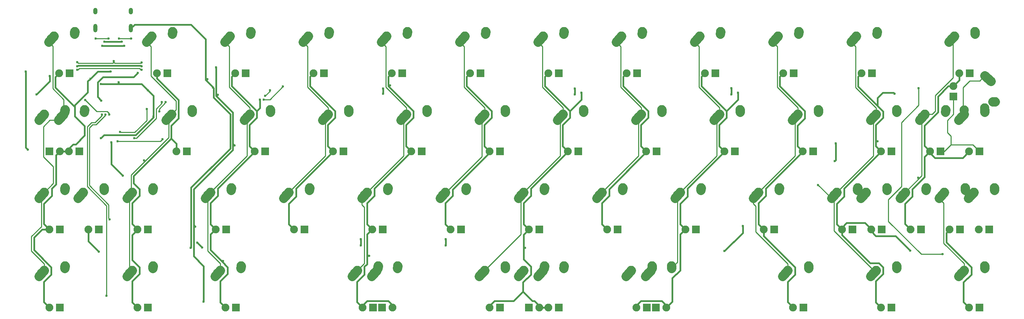
<source format=gtl>
G04 #@! TF.GenerationSoftware,KiCad,Pcbnew,(5.0.0)*
G04 #@! TF.CreationDate,2019-02-17T00:09:27-08:00*
G04 #@! TF.ProjectId,Voyager40,566F796167657234302E6B696361645F,rev?*
G04 #@! TF.SameCoordinates,Original*
G04 #@! TF.FileFunction,Copper,L1,Top,Signal*
G04 #@! TF.FilePolarity,Positive*
%FSLAX46Y46*%
G04 Gerber Fmt 4.6, Leading zero omitted, Abs format (unit mm)*
G04 Created by KiCad (PCBNEW (5.0.0)) date 02/17/19 00:09:27*
%MOMM*%
%LPD*%
G01*
G04 APERTURE LIST*
G04 #@! TA.AperFunction,ComponentPad*
%ADD10C,2.250000*%
G04 #@! TD*
G04 #@! TA.AperFunction,Conductor*
%ADD11C,2.250000*%
G04 #@! TD*
G04 #@! TA.AperFunction,ComponentPad*
%ADD12C,1.905000*%
G04 #@! TD*
G04 #@! TA.AperFunction,ComponentPad*
%ADD13R,1.905000X1.905000*%
G04 #@! TD*
G04 #@! TA.AperFunction,ComponentPad*
%ADD14O,1.000000X1.600000*%
G04 #@! TD*
G04 #@! TA.AperFunction,ComponentPad*
%ADD15O,1.000000X2.100000*%
G04 #@! TD*
G04 #@! TA.AperFunction,ViaPad*
%ADD16C,0.600000*%
G04 #@! TD*
G04 #@! TA.AperFunction,Conductor*
%ADD17C,0.381000*%
G04 #@! TD*
G04 #@! TA.AperFunction,Conductor*
%ADD18C,0.254000*%
G04 #@! TD*
G04 APERTURE END LIST*
D10*
G04 #@! TO.P,K_A1,2*
G04 #@! TO.N,Net-(D32-Pad2)*
X78720000Y-53947500D03*
D11*
G04 #@! TD*
G04 #@! TO.N,Net-(D32-Pad2)*
G04 #@! TO.C,K_A1*
X78700000Y-54237500D02*
X78740000Y-53657500D01*
D10*
G04 #@! TO.P,K_A1,2*
G04 #@! TO.N,Net-(D32-Pad2)*
X78740000Y-53657500D03*
G04 #@! TO.P,K_A1,1*
G04 #@! TO.N,COL1*
X73045001Y-55467500D03*
D11*
G04 #@! TD*
G04 #@! TO.N,COL1*
G04 #@! TO.C,K_A1*
X72390000Y-56197500D02*
X73700002Y-54737500D01*
D10*
G04 #@! TO.P,K_A1,1*
G04 #@! TO.N,COL1*
X73700000Y-54737500D03*
D12*
G04 #@! TO.P,K_A1,3*
G04 #@! TO.N,+5V*
X74930000Y-63817500D03*
D13*
G04 #@! TO.P,K_A1,4*
G04 #@! TO.N,Net-(K_A1-Pad4)*
X77470000Y-63817500D03*
G04 #@! TD*
D10*
G04 #@! TO.P,K_\002C1,2*
G04 #@! TO.N,Net-(D53-Pad2)*
X221595000Y-72997500D03*
D11*
G04 #@! TD*
G04 #@! TO.N,Net-(D53-Pad2)*
G04 #@! TO.C,K_\002C1*
X221575000Y-73287500D02*
X221615000Y-72707500D01*
D10*
G04 #@! TO.P,K_\002C1,2*
G04 #@! TO.N,Net-(D53-Pad2)*
X221615000Y-72707500D03*
G04 #@! TO.P,K_\002C1,1*
G04 #@! TO.N,COL9*
X215920001Y-74517500D03*
D11*
G04 #@! TD*
G04 #@! TO.N,COL9*
G04 #@! TO.C,K_\002C1*
X215265000Y-75247500D02*
X216575002Y-73787500D01*
D10*
G04 #@! TO.P,K_\002C1,1*
G04 #@! TO.N,COL9*
X216575000Y-73787500D03*
D12*
G04 #@! TO.P,K_\002C1,3*
G04 #@! TO.N,+5V*
X217805000Y-82867500D03*
D13*
G04 #@! TO.P,K_\002C1,4*
G04 #@! TO.N,Net-(K_\002C1-Pad4)*
X220345000Y-82867500D03*
G04 #@! TD*
D10*
G04 #@! TO.P,K_.1,2*
G04 #@! TO.N,.-ROW*
X240645000Y-72997500D03*
D11*
G04 #@! TD*
G04 #@! TO.N,.-ROW*
G04 #@! TO.C,K_.1*
X240625000Y-73287500D02*
X240665000Y-72707500D01*
D10*
G04 #@! TO.P,K_.1,2*
G04 #@! TO.N,.-ROW*
X240665000Y-72707500D03*
G04 #@! TO.P,K_.1,1*
G04 #@! TO.N,.-COL*
X234970001Y-74517500D03*
D11*
G04 #@! TD*
G04 #@! TO.N,.-COL*
G04 #@! TO.C,K_.1*
X234315000Y-75247500D02*
X235625002Y-73787500D01*
D10*
G04 #@! TO.P,K_.1,1*
G04 #@! TO.N,.-COL*
X235625000Y-73787500D03*
D12*
G04 #@! TO.P,K_.1,3*
G04 #@! TO.N,+5V*
X236855000Y-82867500D03*
D13*
G04 #@! TO.P,K_.1,4*
G04 #@! TO.N,.-LEDGND*
X239395000Y-82867500D03*
G04 #@! TD*
D10*
G04 #@! TO.P,K_;1,2*
G04 #@! TO.N,Net-(D41-Pad2)*
X250170000Y-53947500D03*
D11*
G04 #@! TD*
G04 #@! TO.N,Net-(D41-Pad2)*
G04 #@! TO.C,K_;1*
X250150000Y-54237500D02*
X250190000Y-53657500D01*
D10*
G04 #@! TO.P,K_;1,2*
G04 #@! TO.N,Net-(D41-Pad2)*
X250190000Y-53657500D03*
G04 #@! TO.P,K_;1,1*
G04 #@! TO.N,.-COL*
X244495001Y-55467500D03*
D11*
G04 #@! TD*
G04 #@! TO.N,.-COL*
G04 #@! TO.C,K_;1*
X243840000Y-56197500D02*
X245150002Y-54737500D01*
D10*
G04 #@! TO.P,K_;1,1*
G04 #@! TO.N,.-COL*
X245150000Y-54737500D03*
D12*
G04 #@! TO.P,K_;1,3*
G04 #@! TO.N,+5V*
X246380000Y-63817500D03*
D13*
G04 #@! TO.P,K_;1,4*
G04 #@! TO.N,Net-(K_;1-Pad4)*
X248920000Y-63817500D03*
G04 #@! TD*
G04 #@! TO.P,K_\005C1,4*
G04 #@! TO.N,Net-(K_\005C1-Pad4)*
X267970000Y-44767500D03*
D12*
G04 #@! TO.P,K_\005C1,3*
G04 #@! TO.N,+5V*
X265430000Y-44767500D03*
D10*
G04 #@! TO.P,K_\005C1,1*
G04 #@! TO.N,COL11*
X264200000Y-35687500D03*
X263545001Y-36417500D03*
D11*
G04 #@! TD*
G04 #@! TO.N,COL11*
G04 #@! TO.C,K_\005C1*
X262890000Y-37147500D02*
X264200002Y-35687500D01*
D10*
G04 #@! TO.P,K_\005C1,2*
G04 #@! TO.N,Net-(D27-Pad2)*
X269240000Y-34607500D03*
X269220000Y-34897500D03*
D11*
G04 #@! TD*
G04 #@! TO.N,Net-(D27-Pad2)*
G04 #@! TO.C,K_\005C1*
X269200000Y-35187500D02*
X269240000Y-34607500D01*
D13*
G04 #@! TO.P,K_ALT1,4*
G04 #@! TO.N,Net-(K_ALT1-Pad4)*
X89376250Y-101917500D03*
D12*
G04 #@! TO.P,K_ALT1,3*
G04 #@! TO.N,+5V*
X86836250Y-101917500D03*
D10*
G04 #@! TO.P,K_ALT1,1*
G04 #@! TO.N,COL2*
X85606250Y-92837500D03*
X84951251Y-93567500D03*
D11*
G04 #@! TD*
G04 #@! TO.N,COL2*
G04 #@! TO.C,K_ALT1*
X84296250Y-94297500D02*
X85606252Y-92837500D01*
D10*
G04 #@! TO.P,K_ALT1,2*
G04 #@! TO.N,Net-(D67-Pad2)*
X90646250Y-91757500D03*
X90626250Y-92047500D03*
D11*
G04 #@! TD*
G04 #@! TO.N,Net-(D67-Pad2)*
G04 #@! TO.C,K_ALT1*
X90606250Y-92337500D02*
X90646250Y-91757500D01*
D13*
G04 #@! TO.P,K_B1,4*
G04 #@! TO.N,Net-(K_B1-Pad4)*
X163195000Y-82867500D03*
D12*
G04 #@! TO.P,K_B1,3*
G04 #@! TO.N,+5V*
X160655000Y-82867500D03*
D10*
G04 #@! TO.P,K_B1,1*
G04 #@! TO.N,COL6*
X159425000Y-73787500D03*
X158770001Y-74517500D03*
D11*
G04 #@! TD*
G04 #@! TO.N,COL6*
G04 #@! TO.C,K_B1*
X158115000Y-75247500D02*
X159425002Y-73787500D01*
D10*
G04 #@! TO.P,K_B1,2*
G04 #@! TO.N,Net-(D50-Pad2)*
X164465000Y-72707500D03*
X164445000Y-72997500D03*
D11*
G04 #@! TD*
G04 #@! TO.N,Net-(D50-Pad2)*
G04 #@! TO.C,K_B1*
X164425000Y-73287500D02*
X164465000Y-72707500D01*
D13*
G04 #@! TO.P,K_C1,4*
G04 #@! TO.N,Net-(K_C1-Pad4)*
X125095000Y-82867500D03*
D12*
G04 #@! TO.P,K_C1,3*
G04 #@! TO.N,+5V*
X122555000Y-82867500D03*
D10*
G04 #@! TO.P,K_C1,1*
G04 #@! TO.N,COL4*
X121325000Y-73787500D03*
X120670001Y-74517500D03*
D11*
G04 #@! TD*
G04 #@! TO.N,COL4*
G04 #@! TO.C,K_C1*
X120015000Y-75247500D02*
X121325002Y-73787500D01*
D10*
G04 #@! TO.P,K_C1,2*
G04 #@! TO.N,Net-(D48-Pad2)*
X126365000Y-72707500D03*
X126345000Y-72997500D03*
D11*
G04 #@! TD*
G04 #@! TO.N,Net-(D48-Pad2)*
G04 #@! TO.C,K_C1*
X126325000Y-73287500D02*
X126365000Y-72707500D01*
D10*
G04 #@! TO.P,K_CAPS1,2*
G04 #@! TO.N,Net-(D31-Pad2)*
X52526250Y-53947500D03*
D11*
G04 #@! TD*
G04 #@! TO.N,Net-(D31-Pad2)*
G04 #@! TO.C,K_CAPS1*
X52506250Y-54237500D02*
X52546250Y-53657500D01*
D10*
G04 #@! TO.P,K_CAPS1,2*
G04 #@! TO.N,Net-(D31-Pad2)*
X52546250Y-53657500D03*
G04 #@! TO.P,K_CAPS1,1*
G04 #@! TO.N,COL0*
X46851251Y-55467500D03*
D11*
G04 #@! TD*
G04 #@! TO.N,COL0*
G04 #@! TO.C,K_CAPS1*
X46196250Y-56197500D02*
X47506252Y-54737500D01*
D10*
G04 #@! TO.P,K_CAPS1,1*
G04 #@! TO.N,COL0*
X47506250Y-54737500D03*
D12*
G04 #@! TO.P,K_CAPS1,3*
G04 #@! TO.N,+5V*
X48736250Y-63817500D03*
D13*
G04 #@! TO.P,K_CAPS1,4*
G04 #@! TO.N,Net-(K_CAPS1-Pad4)*
X51276250Y-63817500D03*
G04 #@! TD*
D10*
G04 #@! TO.P,K_CAPS2,2*
G04 #@! TO.N,COL0*
X47763750Y-53947500D03*
D11*
G04 #@! TD*
G04 #@! TO.N,COL0*
G04 #@! TO.C,K_CAPS2*
X47743750Y-54237500D02*
X47783750Y-53657500D01*
D10*
G04 #@! TO.P,K_CAPS2,2*
G04 #@! TO.N,COL0*
X47783750Y-53657500D03*
G04 #@! TO.P,K_CAPS2,1*
G04 #@! TO.N,Net-(D31-Pad2)*
X42088751Y-55467500D03*
D11*
G04 #@! TD*
G04 #@! TO.N,Net-(D31-Pad2)*
G04 #@! TO.C,K_CAPS2*
X41433750Y-56197500D02*
X42743752Y-54737500D01*
D10*
G04 #@! TO.P,K_CAPS2,1*
G04 #@! TO.N,Net-(D31-Pad2)*
X42743750Y-54737500D03*
D12*
G04 #@! TO.P,K_CAPS2,3*
G04 #@! TO.N,+5V*
X46513750Y-63817500D03*
D13*
G04 #@! TO.P,K_CAPS2,4*
G04 #@! TO.N,Net-(K_CAPS1-Pad4)*
X43973750Y-63817500D03*
G04 #@! TD*
D10*
G04 #@! TO.P,K_CTRL1,2*
G04 #@! TO.N,Net-(D59-Pad2)*
X47763750Y-92047500D03*
D11*
G04 #@! TD*
G04 #@! TO.N,Net-(D59-Pad2)*
G04 #@! TO.C,K_CTRL1*
X47743750Y-92337500D02*
X47783750Y-91757500D01*
D10*
G04 #@! TO.P,K_CTRL1,2*
G04 #@! TO.N,Net-(D59-Pad2)*
X47783750Y-91757500D03*
G04 #@! TO.P,K_CTRL1,1*
G04 #@! TO.N,COL0*
X42088751Y-93567500D03*
D11*
G04 #@! TD*
G04 #@! TO.N,COL0*
G04 #@! TO.C,K_CTRL1*
X41433750Y-94297500D02*
X42743752Y-92837500D01*
D10*
G04 #@! TO.P,K_CTRL1,1*
G04 #@! TO.N,COL0*
X42743750Y-92837500D03*
D12*
G04 #@! TO.P,K_CTRL1,3*
G04 #@! TO.N,+5V*
X43973750Y-101917500D03*
D13*
G04 #@! TO.P,K_CTRL1,4*
G04 #@! TO.N,Net-(K_CTRL1-Pad4)*
X46513750Y-101917500D03*
G04 #@! TD*
G04 #@! TO.P,K_D1,4*
G04 #@! TO.N,Net-(K_D1-Pad4)*
X115570000Y-63817500D03*
D12*
G04 #@! TO.P,K_D1,3*
G04 #@! TO.N,+5V*
X113030000Y-63817500D03*
D10*
G04 #@! TO.P,K_D1,1*
G04 #@! TO.N,COL3*
X111800000Y-54737500D03*
X111145001Y-55467500D03*
D11*
G04 #@! TD*
G04 #@! TO.N,COL3*
G04 #@! TO.C,K_D1*
X110490000Y-56197500D02*
X111800002Y-54737500D01*
D10*
G04 #@! TO.P,K_D1,2*
G04 #@! TO.N,Net-(D34-Pad2)*
X116840000Y-53657500D03*
X116820000Y-53947500D03*
D11*
G04 #@! TD*
G04 #@! TO.N,Net-(D34-Pad2)*
G04 #@! TO.C,K_D1*
X116800000Y-54237500D02*
X116840000Y-53657500D01*
D13*
G04 #@! TO.P,K_E1,4*
G04 #@! TO.N,Net-(K_E1-Pad4)*
X110807500Y-44767500D03*
D12*
G04 #@! TO.P,K_E1,3*
G04 #@! TO.N,+5V*
X108267500Y-44767500D03*
D10*
G04 #@! TO.P,K_E1,1*
G04 #@! TO.N,COL3*
X107037500Y-35687500D03*
X106382501Y-36417500D03*
D11*
G04 #@! TD*
G04 #@! TO.N,COL3*
G04 #@! TO.C,K_E1*
X105727500Y-37147500D02*
X107037502Y-35687500D01*
D10*
G04 #@! TO.P,K_E1,2*
G04 #@! TO.N,Net-(D19-Pad2)*
X112077500Y-34607500D03*
X112057500Y-34897500D03*
D11*
G04 #@! TD*
G04 #@! TO.N,Net-(D19-Pad2)*
G04 #@! TO.C,K_E1*
X112037500Y-35187500D02*
X112077500Y-34607500D01*
D10*
G04 #@! TO.P,K_F1,2*
G04 #@! TO.N,Net-(D35-Pad2)*
X135870000Y-53947500D03*
D11*
G04 #@! TD*
G04 #@! TO.N,Net-(D35-Pad2)*
G04 #@! TO.C,K_F1*
X135850000Y-54237500D02*
X135890000Y-53657500D01*
D10*
G04 #@! TO.P,K_F1,2*
G04 #@! TO.N,Net-(D35-Pad2)*
X135890000Y-53657500D03*
G04 #@! TO.P,K_F1,1*
G04 #@! TO.N,COL4*
X130195001Y-55467500D03*
D11*
G04 #@! TD*
G04 #@! TO.N,COL4*
G04 #@! TO.C,K_F1*
X129540000Y-56197500D02*
X130850002Y-54737500D01*
D10*
G04 #@! TO.P,K_F1,1*
G04 #@! TO.N,COL4*
X130850000Y-54737500D03*
D12*
G04 #@! TO.P,K_F1,3*
G04 #@! TO.N,+5V*
X132080000Y-63817500D03*
D13*
G04 #@! TO.P,K_F1,4*
G04 #@! TO.N,Net-(K_F1-Pad4)*
X134620000Y-63817500D03*
G04 #@! TD*
G04 #@! TO.P,K_G1,4*
G04 #@! TO.N,Net-(K_G1-Pad4)*
X153670000Y-63817500D03*
D12*
G04 #@! TO.P,K_G1,3*
G04 #@! TO.N,+5V*
X151130000Y-63817500D03*
D10*
G04 #@! TO.P,K_G1,1*
G04 #@! TO.N,COL5*
X149900000Y-54737500D03*
X149245001Y-55467500D03*
D11*
G04 #@! TD*
G04 #@! TO.N,COL5*
G04 #@! TO.C,K_G1*
X148590000Y-56197500D02*
X149900002Y-54737500D01*
D10*
G04 #@! TO.P,K_G1,2*
G04 #@! TO.N,Net-(D36-Pad2)*
X154940000Y-53657500D03*
X154920000Y-53947500D03*
D11*
G04 #@! TD*
G04 #@! TO.N,Net-(D36-Pad2)*
G04 #@! TO.C,K_G1*
X154900000Y-54237500D02*
X154940000Y-53657500D01*
D13*
G04 #@! TO.P,K_H1,4*
G04 #@! TO.N,Net-(K_H1-Pad4)*
X172720000Y-63817500D03*
D12*
G04 #@! TO.P,K_H1,3*
G04 #@! TO.N,+5V*
X170180000Y-63817500D03*
D10*
G04 #@! TO.P,K_H1,1*
G04 #@! TO.N,COL6*
X168950000Y-54737500D03*
X168295001Y-55467500D03*
D11*
G04 #@! TD*
G04 #@! TO.N,COL6*
G04 #@! TO.C,K_H1*
X167640000Y-56197500D02*
X168950002Y-54737500D01*
D10*
G04 #@! TO.P,K_H1,2*
G04 #@! TO.N,Net-(D37-Pad2)*
X173990000Y-53657500D03*
X173970000Y-53947500D03*
D11*
G04 #@! TD*
G04 #@! TO.N,Net-(D37-Pad2)*
G04 #@! TO.C,K_H1*
X173950000Y-54237500D02*
X173990000Y-53657500D01*
D10*
G04 #@! TO.P,K_I1,2*
G04 #@! TO.N,Net-(D24-Pad2)*
X207307500Y-34897500D03*
D11*
G04 #@! TD*
G04 #@! TO.N,Net-(D24-Pad2)*
G04 #@! TO.C,K_I1*
X207287500Y-35187500D02*
X207327500Y-34607500D01*
D10*
G04 #@! TO.P,K_I1,2*
G04 #@! TO.N,Net-(D24-Pad2)*
X207327500Y-34607500D03*
G04 #@! TO.P,K_I1,1*
G04 #@! TO.N,COL8*
X201632501Y-36417500D03*
D11*
G04 #@! TD*
G04 #@! TO.N,COL8*
G04 #@! TO.C,K_I1*
X200977500Y-37147500D02*
X202287502Y-35687500D01*
D10*
G04 #@! TO.P,K_I1,1*
G04 #@! TO.N,COL8*
X202287500Y-35687500D03*
D12*
G04 #@! TO.P,K_I1,3*
G04 #@! TO.N,+5V*
X203517500Y-44767500D03*
D13*
G04 #@! TO.P,K_I1,4*
G04 #@! TO.N,Net-(K_I1-Pad4)*
X206057500Y-44767500D03*
G04 #@! TD*
G04 #@! TO.P,K_J1,4*
G04 #@! TO.N,Net-(K_J1-Pad4)*
X191770000Y-63817500D03*
D12*
G04 #@! TO.P,K_J1,3*
G04 #@! TO.N,+5V*
X189230000Y-63817500D03*
D10*
G04 #@! TO.P,K_J1,1*
G04 #@! TO.N,COL7*
X188000000Y-54737500D03*
X187345001Y-55467500D03*
D11*
G04 #@! TD*
G04 #@! TO.N,COL7*
G04 #@! TO.C,K_J1*
X186690000Y-56197500D02*
X188000002Y-54737500D01*
D10*
G04 #@! TO.P,K_J1,2*
G04 #@! TO.N,Net-(D38-Pad2)*
X193040000Y-53657500D03*
X193020000Y-53947500D03*
D11*
G04 #@! TD*
G04 #@! TO.N,Net-(D38-Pad2)*
G04 #@! TO.C,K_J1*
X193000000Y-54237500D02*
X193040000Y-53657500D01*
D13*
G04 #@! TO.P,K_K1,4*
G04 #@! TO.N,Net-(K_K1-Pad4)*
X210820000Y-63817500D03*
D12*
G04 #@! TO.P,K_K1,3*
G04 #@! TO.N,+5V*
X208280000Y-63817500D03*
D10*
G04 #@! TO.P,K_K1,1*
G04 #@! TO.N,COL8*
X207050000Y-54737500D03*
X206395001Y-55467500D03*
D11*
G04 #@! TD*
G04 #@! TO.N,COL8*
G04 #@! TO.C,K_K1*
X205740000Y-56197500D02*
X207050002Y-54737500D01*
D10*
G04 #@! TO.P,K_K1,2*
G04 #@! TO.N,Net-(D39-Pad2)*
X212090000Y-53657500D03*
X212070000Y-53947500D03*
D11*
G04 #@! TD*
G04 #@! TO.N,Net-(D39-Pad2)*
G04 #@! TO.C,K_K1*
X212050000Y-54237500D02*
X212090000Y-53657500D01*
D10*
G04 #@! TO.P,K_L1,2*
G04 #@! TO.N,Net-(D40-Pad2)*
X231120000Y-53947500D03*
D11*
G04 #@! TD*
G04 #@! TO.N,Net-(D40-Pad2)*
G04 #@! TO.C,K_L1*
X231100000Y-54237500D02*
X231140000Y-53657500D01*
D10*
G04 #@! TO.P,K_L1,2*
G04 #@! TO.N,Net-(D40-Pad2)*
X231140000Y-53657500D03*
G04 #@! TO.P,K_L1,1*
G04 #@! TO.N,COL9*
X225445001Y-55467500D03*
D11*
G04 #@! TD*
G04 #@! TO.N,COL9*
G04 #@! TO.C,K_L1*
X224790000Y-56197500D02*
X226100002Y-54737500D01*
D10*
G04 #@! TO.P,K_L1,1*
G04 #@! TO.N,COL9*
X226100000Y-54737500D03*
D12*
G04 #@! TO.P,K_L1,3*
G04 #@! TO.N,+5V*
X227330000Y-63817500D03*
D13*
G04 #@! TO.P,K_L1,4*
G04 #@! TO.N,Net-(K_L1-Pad4)*
X229870000Y-63817500D03*
G04 #@! TD*
D10*
G04 #@! TO.P,K_LSPACE1,2*
G04 #@! TO.N,Net-(D58-Pad2)*
X123963750Y-92047500D03*
D11*
G04 #@! TD*
G04 #@! TO.N,Net-(D58-Pad2)*
G04 #@! TO.C,K_LSPACE1*
X123943750Y-92337500D02*
X123983750Y-91757500D01*
D10*
G04 #@! TO.P,K_LSPACE1,2*
G04 #@! TO.N,Net-(D58-Pad2)*
X123983750Y-91757500D03*
G04 #@! TO.P,K_LSPACE1,1*
G04 #@! TO.N,COL4*
X118288751Y-93567500D03*
D11*
G04 #@! TD*
G04 #@! TO.N,COL4*
G04 #@! TO.C,K_LSPACE1*
X117633750Y-94297500D02*
X118943752Y-92837500D01*
D10*
G04 #@! TO.P,K_LSPACE1,1*
G04 #@! TO.N,COL4*
X118943750Y-92837500D03*
D12*
G04 #@! TO.P,K_LSPACE1,3*
G04 #@! TO.N,+5V*
X120173750Y-101917500D03*
D13*
G04 #@! TO.P,K_LSPACE1,4*
G04 #@! TO.N,Net-(K_LSPACE1-Pad4)*
X122713750Y-101917500D03*
G04 #@! TD*
D10*
G04 #@! TO.P,K_M1,2*
G04 #@! TO.N,Net-(D52-Pad2)*
X202545000Y-72997500D03*
D11*
G04 #@! TD*
G04 #@! TO.N,Net-(D52-Pad2)*
G04 #@! TO.C,K_M1*
X202525000Y-73287500D02*
X202565000Y-72707500D01*
D10*
G04 #@! TO.P,K_M1,2*
G04 #@! TO.N,Net-(D52-Pad2)*
X202565000Y-72707500D03*
G04 #@! TO.P,K_M1,1*
G04 #@! TO.N,COL8*
X196870001Y-74517500D03*
D11*
G04 #@! TD*
G04 #@! TO.N,COL8*
G04 #@! TO.C,K_M1*
X196215000Y-75247500D02*
X197525002Y-73787500D01*
D10*
G04 #@! TO.P,K_M1,1*
G04 #@! TO.N,COL8*
X197525000Y-73787500D03*
D12*
G04 #@! TO.P,K_M1,3*
G04 #@! TO.N,+5V*
X198755000Y-82867500D03*
D13*
G04 #@! TO.P,K_M1,4*
G04 #@! TO.N,Net-(K_M1-Pad4)*
X201295000Y-82867500D03*
G04 #@! TD*
D10*
G04 #@! TO.P,K_N1,2*
G04 #@! TO.N,Net-(D51-Pad2)*
X183495000Y-72997500D03*
D11*
G04 #@! TD*
G04 #@! TO.N,Net-(D51-Pad2)*
G04 #@! TO.C,K_N1*
X183475000Y-73287500D02*
X183515000Y-72707500D01*
D10*
G04 #@! TO.P,K_N1,2*
G04 #@! TO.N,Net-(D51-Pad2)*
X183515000Y-72707500D03*
G04 #@! TO.P,K_N1,1*
G04 #@! TO.N,COL7*
X177820001Y-74517500D03*
D11*
G04 #@! TD*
G04 #@! TO.N,COL7*
G04 #@! TO.C,K_N1*
X177165000Y-75247500D02*
X178475002Y-73787500D01*
D10*
G04 #@! TO.P,K_N1,1*
G04 #@! TO.N,COL7*
X178475000Y-73787500D03*
D12*
G04 #@! TO.P,K_N1,3*
G04 #@! TO.N,+5V*
X179705000Y-82867500D03*
D13*
G04 #@! TO.P,K_N1,4*
G04 #@! TO.N,Net-(K_N1-Pad4)*
X182245000Y-82867500D03*
G04 #@! TD*
D10*
G04 #@! TO.P,K_O1,2*
G04 #@! TO.N,Net-(D25-Pad2)*
X226357500Y-34897500D03*
D11*
G04 #@! TD*
G04 #@! TO.N,Net-(D25-Pad2)*
G04 #@! TO.C,K_O1*
X226337500Y-35187500D02*
X226377500Y-34607500D01*
D10*
G04 #@! TO.P,K_O1,2*
G04 #@! TO.N,Net-(D25-Pad2)*
X226377500Y-34607500D03*
G04 #@! TO.P,K_O1,1*
G04 #@! TO.N,COL9*
X220682501Y-36417500D03*
D11*
G04 #@! TD*
G04 #@! TO.N,COL9*
G04 #@! TO.C,K_O1*
X220027500Y-37147500D02*
X221337502Y-35687500D01*
D10*
G04 #@! TO.P,K_O1,1*
G04 #@! TO.N,COL9*
X221337500Y-35687500D03*
D12*
G04 #@! TO.P,K_O1,3*
G04 #@! TO.N,+5V*
X222567500Y-44767500D03*
D13*
G04 #@! TO.P,K_O1,4*
G04 #@! TO.N,Net-(K_O1-Pad4)*
X225107500Y-44767500D03*
G04 #@! TD*
D10*
G04 #@! TO.P,K_P1,2*
G04 #@! TO.N,Net-(D26-Pad2)*
X245407500Y-34897500D03*
D11*
G04 #@! TD*
G04 #@! TO.N,Net-(D26-Pad2)*
G04 #@! TO.C,K_P1*
X245387500Y-35187500D02*
X245427500Y-34607500D01*
D10*
G04 #@! TO.P,K_P1,2*
G04 #@! TO.N,Net-(D26-Pad2)*
X245427500Y-34607500D03*
G04 #@! TO.P,K_P1,1*
G04 #@! TO.N,.-COL*
X239732501Y-36417500D03*
D11*
G04 #@! TD*
G04 #@! TO.N,.-COL*
G04 #@! TO.C,K_P1*
X239077500Y-37147500D02*
X240387502Y-35687500D01*
D10*
G04 #@! TO.P,K_P1,1*
G04 #@! TO.N,.-COL*
X240387500Y-35687500D03*
D12*
G04 #@! TO.P,K_P1,3*
G04 #@! TO.N,+5V*
X241617500Y-44767500D03*
D13*
G04 #@! TO.P,K_P1,4*
G04 #@! TO.N,Net-(K_P1-Pad4)*
X244157500Y-44767500D03*
G04 #@! TD*
G04 #@! TO.P,K_Q1,4*
G04 #@! TO.N,Net-(K_Q1-Pad4)*
X72707500Y-44767500D03*
D12*
G04 #@! TO.P,K_Q1,3*
G04 #@! TO.N,+5V*
X70167500Y-44767500D03*
D10*
G04 #@! TO.P,K_Q1,1*
G04 #@! TO.N,COL1*
X68937500Y-35687500D03*
X68282501Y-36417500D03*
D11*
G04 #@! TD*
G04 #@! TO.N,COL1*
G04 #@! TO.C,K_Q1*
X67627500Y-37147500D02*
X68937502Y-35687500D01*
D10*
G04 #@! TO.P,K_Q1,2*
G04 #@! TO.N,Net-(D17-Pad2)*
X73977500Y-34607500D03*
X73957500Y-34897500D03*
D11*
G04 #@! TD*
G04 #@! TO.N,Net-(D17-Pad2)*
G04 #@! TO.C,K_Q1*
X73937500Y-35187500D02*
X73977500Y-34607500D01*
D10*
G04 #@! TO.P,K_R1,2*
G04 #@! TO.N,Net-(D20-Pad2)*
X131107500Y-34897500D03*
D11*
G04 #@! TD*
G04 #@! TO.N,Net-(D20-Pad2)*
G04 #@! TO.C,K_R1*
X131087500Y-35187500D02*
X131127500Y-34607500D01*
D10*
G04 #@! TO.P,K_R1,2*
G04 #@! TO.N,Net-(D20-Pad2)*
X131127500Y-34607500D03*
G04 #@! TO.P,K_R1,1*
G04 #@! TO.N,COL4*
X125432501Y-36417500D03*
D11*
G04 #@! TD*
G04 #@! TO.N,COL4*
G04 #@! TO.C,K_R1*
X124777500Y-37147500D02*
X126087502Y-35687500D01*
D10*
G04 #@! TO.P,K_R1,1*
G04 #@! TO.N,COL4*
X126087500Y-35687500D03*
D12*
G04 #@! TO.P,K_R1,3*
G04 #@! TO.N,+5V*
X127317500Y-44767500D03*
D13*
G04 #@! TO.P,K_R1,4*
G04 #@! TO.N,Net-(K_R1-Pad4)*
X129857500Y-44767500D03*
G04 #@! TD*
G04 #@! TO.P,K_RALT1,4*
G04 #@! TO.N,Net-(K_RALT1-Pad4)*
X227488750Y-101917500D03*
D12*
G04 #@! TO.P,K_RALT1,3*
G04 #@! TO.N,+5V*
X224948750Y-101917500D03*
D10*
G04 #@! TO.P,K_RALT1,1*
G04 #@! TO.N,COL9*
X223718750Y-92837500D03*
X223063751Y-93567500D03*
D11*
G04 #@! TD*
G04 #@! TO.N,COL9*
G04 #@! TO.C,K_RALT1*
X222408750Y-94297500D02*
X223718752Y-92837500D01*
D10*
G04 #@! TO.P,K_RALT1,2*
G04 #@! TO.N,Net-(D1-Pad2)*
X228758750Y-91757500D03*
X228738750Y-92047500D03*
D11*
G04 #@! TD*
G04 #@! TO.N,Net-(D1-Pad2)*
G04 #@! TO.C,K_RALT1*
X228718750Y-92337500D02*
X228758750Y-91757500D01*
D10*
G04 #@! TO.P,K_RCTRL1,2*
G04 #@! TO.N,Net-(D64-Pad2)*
X271601250Y-92047500D03*
D11*
G04 #@! TD*
G04 #@! TO.N,Net-(D64-Pad2)*
G04 #@! TO.C,K_RCTRL1*
X271581250Y-92337500D02*
X271621250Y-91757500D01*
D10*
G04 #@! TO.P,K_RCTRL1,2*
G04 #@! TO.N,Net-(D64-Pad2)*
X271621250Y-91757500D03*
G04 #@! TO.P,K_RCTRL1,1*
G04 #@! TO.N,COL11*
X265926251Y-93567500D03*
D11*
G04 #@! TD*
G04 #@! TO.N,COL11*
G04 #@! TO.C,K_RCTRL1*
X265271250Y-94297500D02*
X266581252Y-92837500D01*
D10*
G04 #@! TO.P,K_RCTRL1,1*
G04 #@! TO.N,COL11*
X266581250Y-92837500D03*
D12*
G04 #@! TO.P,K_RCTRL1,3*
G04 #@! TO.N,+5V*
X267811250Y-101917500D03*
D13*
G04 #@! TO.P,K_RCTRL1,4*
G04 #@! TO.N,Net-(K_RCTRL1-Pad4)*
X270351250Y-101917500D03*
G04 #@! TD*
G04 #@! TO.P,K_RSPACE1,4*
G04 #@! TO.N,Net-(K_RSPACE1-Pad4)*
X189388750Y-101917500D03*
D12*
G04 #@! TO.P,K_RSPACE1,3*
G04 #@! TO.N,+5V*
X186848750Y-101917500D03*
D10*
G04 #@! TO.P,K_RSPACE1,1*
G04 #@! TO.N,COL8*
X185618750Y-92837500D03*
X184963751Y-93567500D03*
D11*
G04 #@! TD*
G04 #@! TO.N,COL8*
G04 #@! TO.C,K_RSPACE1*
X184308750Y-94297500D02*
X185618752Y-92837500D01*
D10*
G04 #@! TO.P,K_RSPACE1,2*
G04 #@! TO.N,Net-(D62-Pad2)*
X190658750Y-91757500D03*
X190638750Y-92047500D03*
D11*
G04 #@! TD*
G04 #@! TO.N,Net-(D62-Pad2)*
G04 #@! TO.C,K_RSPACE1*
X190618750Y-92337500D02*
X190658750Y-91757500D01*
D13*
G04 #@! TO.P,K_RWIN1,4*
G04 #@! TO.N,Net-(K_RWIN1-Pad4)*
X248920000Y-101917500D03*
D12*
G04 #@! TO.P,K_RWIN1,3*
G04 #@! TO.N,+5V*
X246380000Y-101917500D03*
D10*
G04 #@! TO.P,K_RWIN1,1*
G04 #@! TO.N,.-COL*
X245150000Y-92837500D03*
X244495001Y-93567500D03*
D11*
G04 #@! TD*
G04 #@! TO.N,.-COL*
G04 #@! TO.C,K_RWIN1*
X243840000Y-94297500D02*
X245150002Y-92837500D01*
D10*
G04 #@! TO.P,K_RWIN1,2*
G04 #@! TO.N,Net-(D63-Pad2)*
X250190000Y-91757500D03*
X250170000Y-92047500D03*
D11*
G04 #@! TD*
G04 #@! TO.N,Net-(D63-Pad2)*
G04 #@! TO.C,K_RWIN1*
X250150000Y-92337500D02*
X250190000Y-91757500D01*
D13*
G04 #@! TO.P,K_S1,4*
G04 #@! TO.N,Net-(K_S1-Pad4)*
X96520000Y-63817500D03*
D12*
G04 #@! TO.P,K_S1,3*
G04 #@! TO.N,+5V*
X93980000Y-63817500D03*
D10*
G04 #@! TO.P,K_S1,1*
G04 #@! TO.N,COL2*
X92750000Y-54737500D03*
X92095001Y-55467500D03*
D11*
G04 #@! TD*
G04 #@! TO.N,COL2*
G04 #@! TO.C,K_S1*
X91440000Y-56197500D02*
X92750002Y-54737500D01*
D10*
G04 #@! TO.P,K_S1,2*
G04 #@! TO.N,Net-(D33-Pad2)*
X97790000Y-53657500D03*
X97770000Y-53947500D03*
D11*
G04 #@! TD*
G04 #@! TO.N,Net-(D33-Pad2)*
G04 #@! TO.C,K_S1*
X97750000Y-54237500D02*
X97790000Y-53657500D01*
D10*
G04 #@! TO.P,K_SHIFT1,2*
G04 #@! TO.N,Net-(D45-Pad2)*
X57288750Y-72997500D03*
D11*
G04 #@! TD*
G04 #@! TO.N,Net-(D45-Pad2)*
G04 #@! TO.C,K_SHIFT1*
X57268750Y-73287500D02*
X57308750Y-72707500D01*
D10*
G04 #@! TO.P,K_SHIFT1,2*
G04 #@! TO.N,Net-(D45-Pad2)*
X57308750Y-72707500D03*
G04 #@! TO.P,K_SHIFT1,1*
G04 #@! TO.N,COL0*
X51613751Y-74517500D03*
D11*
G04 #@! TD*
G04 #@! TO.N,COL0*
G04 #@! TO.C,K_SHIFT1*
X50958750Y-75247500D02*
X52268752Y-73787500D01*
D10*
G04 #@! TO.P,K_SHIFT1,1*
G04 #@! TO.N,COL0*
X52268750Y-73787500D03*
D12*
G04 #@! TO.P,K_SHIFT1,3*
G04 #@! TO.N,+5V*
X53498750Y-82867500D03*
D13*
G04 #@! TO.P,K_SHIFT1,4*
G04 #@! TO.N,Net-(K_SHIFT1-Pad4)*
X56038750Y-82867500D03*
G04 #@! TD*
D10*
G04 #@! TO.P,K_SHIFT2,2*
G04 #@! TO.N,Net-(D45-Pad2)*
X47763750Y-72997500D03*
D11*
G04 #@! TD*
G04 #@! TO.N,Net-(D45-Pad2)*
G04 #@! TO.C,K_SHIFT2*
X47743750Y-73287500D02*
X47783750Y-72707500D01*
D10*
G04 #@! TO.P,K_SHIFT2,2*
G04 #@! TO.N,Net-(D45-Pad2)*
X47783750Y-72707500D03*
G04 #@! TO.P,K_SHIFT2,1*
G04 #@! TO.N,COL0*
X42088751Y-74517500D03*
D11*
G04 #@! TD*
G04 #@! TO.N,COL0*
G04 #@! TO.C,K_SHIFT2*
X41433750Y-75247500D02*
X42743752Y-73787500D01*
D10*
G04 #@! TO.P,K_SHIFT2,1*
G04 #@! TO.N,COL0*
X42743750Y-73787500D03*
D12*
G04 #@! TO.P,K_SHIFT2,3*
G04 #@! TO.N,+5V*
X43973750Y-82867500D03*
D13*
G04 #@! TO.P,K_SHIFT2,4*
G04 #@! TO.N,Net-(K_SHIFT1-Pad4)*
X46513750Y-82867500D03*
G04 #@! TD*
G04 #@! TO.P,K_SHIFT3,4*
G04 #@! TO.N,Net-(K_SHIFT3-Pad4)*
X67945000Y-82867500D03*
D12*
G04 #@! TO.P,K_SHIFT3,3*
G04 #@! TO.N,+5V*
X65405000Y-82867500D03*
D10*
G04 #@! TO.P,K_SHIFT3,1*
G04 #@! TO.N,COL1*
X64175000Y-73787500D03*
X63520001Y-74517500D03*
D11*
G04 #@! TD*
G04 #@! TO.N,COL1*
G04 #@! TO.C,K_SHIFT3*
X62865000Y-75247500D02*
X64175002Y-73787500D01*
D10*
G04 #@! TO.P,K_SHIFT3,2*
G04 #@! TO.N,Net-(D44-Pad2)*
X69215000Y-72707500D03*
X69195000Y-72997500D03*
D11*
G04 #@! TD*
G04 #@! TO.N,Net-(D44-Pad2)*
G04 #@! TO.C,K_SHIFT3*
X69175000Y-73287500D02*
X69215000Y-72707500D01*
D13*
G04 #@! TO.P,K_SPACE3,4*
G04 #@! TO.N,Net-(K_SPACE2-Pad4)*
X153670000Y-101917500D03*
D12*
G04 #@! TO.P,K_SPACE3,3*
G04 #@! TO.N,+5V*
X151130000Y-101917500D03*
D10*
G04 #@! TO.P,K_SPACE3,1*
G04 #@! TO.N,COL6*
X149900000Y-92837500D03*
X149245001Y-93567500D03*
D11*
G04 #@! TD*
G04 #@! TO.N,COL6*
G04 #@! TO.C,K_SPACE3*
X148590000Y-94297500D02*
X149900002Y-92837500D01*
D10*
G04 #@! TO.P,K_SPACE3,2*
G04 #@! TO.N,Net-(D61-Pad2)*
X154940000Y-91757500D03*
X154920000Y-92047500D03*
D11*
G04 #@! TD*
G04 #@! TO.N,Net-(D61-Pad2)*
G04 #@! TO.C,K_SPACE3*
X154900000Y-92337500D02*
X154940000Y-91757500D01*
D10*
G04 #@! TO.P,K_T1,2*
G04 #@! TO.N,Net-(D21-Pad2)*
X150157500Y-34897500D03*
D11*
G04 #@! TD*
G04 #@! TO.N,Net-(D21-Pad2)*
G04 #@! TO.C,K_T1*
X150137500Y-35187500D02*
X150177500Y-34607500D01*
D10*
G04 #@! TO.P,K_T1,2*
G04 #@! TO.N,Net-(D21-Pad2)*
X150177500Y-34607500D03*
G04 #@! TO.P,K_T1,1*
G04 #@! TO.N,COL5*
X144482501Y-36417500D03*
D11*
G04 #@! TD*
G04 #@! TO.N,COL5*
G04 #@! TO.C,K_T1*
X143827500Y-37147500D02*
X145137502Y-35687500D01*
D10*
G04 #@! TO.P,K_T1,1*
G04 #@! TO.N,COL5*
X145137500Y-35687500D03*
D12*
G04 #@! TO.P,K_T1,3*
G04 #@! TO.N,+5V*
X146367500Y-44767500D03*
D13*
G04 #@! TO.P,K_T1,4*
G04 #@! TO.N,Net-(K_T1-Pad4)*
X148907500Y-44767500D03*
G04 #@! TD*
D10*
G04 #@! TO.P,K_TAB1,2*
G04 #@! TO.N,Net-(D16-Pad2)*
X50145000Y-34897500D03*
D11*
G04 #@! TD*
G04 #@! TO.N,Net-(D16-Pad2)*
G04 #@! TO.C,K_TAB1*
X50125000Y-35187500D02*
X50165000Y-34607500D01*
D10*
G04 #@! TO.P,K_TAB1,2*
G04 #@! TO.N,Net-(D16-Pad2)*
X50165000Y-34607500D03*
G04 #@! TO.P,K_TAB1,1*
G04 #@! TO.N,COL0*
X44470001Y-36417500D03*
D11*
G04 #@! TD*
G04 #@! TO.N,COL0*
G04 #@! TO.C,K_TAB1*
X43815000Y-37147500D02*
X45125002Y-35687500D01*
D10*
G04 #@! TO.P,K_TAB1,1*
G04 #@! TO.N,COL0*
X45125000Y-35687500D03*
D12*
G04 #@! TO.P,K_TAB1,3*
G04 #@! TO.N,+5V*
X46355000Y-44767500D03*
D13*
G04 #@! TO.P,K_TAB1,4*
G04 #@! TO.N,Net-(K_TAB1-Pad4)*
X48895000Y-44767500D03*
G04 #@! TD*
G04 #@! TO.P,K_U1,4*
G04 #@! TO.N,Net-(K_U1-Pad4)*
X187007500Y-44767500D03*
D12*
G04 #@! TO.P,K_U1,3*
G04 #@! TO.N,+5V*
X184467500Y-44767500D03*
D10*
G04 #@! TO.P,K_U1,1*
G04 #@! TO.N,COL7*
X183237500Y-35687500D03*
X182582501Y-36417500D03*
D11*
G04 #@! TD*
G04 #@! TO.N,COL7*
G04 #@! TO.C,K_U1*
X181927500Y-37147500D02*
X183237502Y-35687500D01*
D10*
G04 #@! TO.P,K_U1,2*
G04 #@! TO.N,Net-(D23-Pad2)*
X188277500Y-34607500D03*
X188257500Y-34897500D03*
D11*
G04 #@! TD*
G04 #@! TO.N,Net-(D23-Pad2)*
G04 #@! TO.C,K_U1*
X188237500Y-35187500D02*
X188277500Y-34607500D01*
D10*
G04 #@! TO.P,K_V1,2*
G04 #@! TO.N,Net-(D49-Pad2)*
X145395000Y-72997500D03*
D11*
G04 #@! TD*
G04 #@! TO.N,Net-(D49-Pad2)*
G04 #@! TO.C,K_V1*
X145375000Y-73287500D02*
X145415000Y-72707500D01*
D10*
G04 #@! TO.P,K_V1,2*
G04 #@! TO.N,Net-(D49-Pad2)*
X145415000Y-72707500D03*
G04 #@! TO.P,K_V1,1*
G04 #@! TO.N,COL5*
X139720001Y-74517500D03*
D11*
G04 #@! TD*
G04 #@! TO.N,COL5*
G04 #@! TO.C,K_V1*
X139065000Y-75247500D02*
X140375002Y-73787500D01*
D10*
G04 #@! TO.P,K_V1,1*
G04 #@! TO.N,COL5*
X140375000Y-73787500D03*
D12*
G04 #@! TO.P,K_V1,3*
G04 #@! TO.N,+5V*
X141605000Y-82867500D03*
D13*
G04 #@! TO.P,K_V1,4*
G04 #@! TO.N,Net-(K_V1-Pad4)*
X144145000Y-82867500D03*
G04 #@! TD*
D10*
G04 #@! TO.P,K_W1,2*
G04 #@! TO.N,Net-(D18-Pad2)*
X93007500Y-34897500D03*
D11*
G04 #@! TD*
G04 #@! TO.N,Net-(D18-Pad2)*
G04 #@! TO.C,K_W1*
X92987500Y-35187500D02*
X93027500Y-34607500D01*
D10*
G04 #@! TO.P,K_W1,2*
G04 #@! TO.N,Net-(D18-Pad2)*
X93027500Y-34607500D03*
G04 #@! TO.P,K_W1,1*
G04 #@! TO.N,COL2*
X87332501Y-36417500D03*
D11*
G04 #@! TD*
G04 #@! TO.N,COL2*
G04 #@! TO.C,K_W1*
X86677500Y-37147500D02*
X87987502Y-35687500D01*
D10*
G04 #@! TO.P,K_W1,1*
G04 #@! TO.N,COL2*
X87987500Y-35687500D03*
D12*
G04 #@! TO.P,K_W1,3*
G04 #@! TO.N,+5V*
X89217500Y-44767500D03*
D13*
G04 #@! TO.P,K_W1,4*
G04 #@! TO.N,Net-(K_W1-Pad4)*
X91757500Y-44767500D03*
G04 #@! TD*
G04 #@! TO.P,K_WIN1,4*
G04 #@! TO.N,Net-(K_WIN1-Pad4)*
X67945000Y-101917500D03*
D12*
G04 #@! TO.P,K_WIN1,3*
G04 #@! TO.N,+5V*
X65405000Y-101917500D03*
D10*
G04 #@! TO.P,K_WIN1,1*
G04 #@! TO.N,COL1*
X64175000Y-92837500D03*
X63520001Y-93567500D03*
D11*
G04 #@! TD*
G04 #@! TO.N,COL1*
G04 #@! TO.C,K_WIN1*
X62865000Y-94297500D02*
X64175002Y-92837500D01*
D10*
G04 #@! TO.P,K_WIN1,2*
G04 #@! TO.N,Net-(D60-Pad2)*
X69215000Y-91757500D03*
X69195000Y-92047500D03*
D11*
G04 #@! TD*
G04 #@! TO.N,Net-(D60-Pad2)*
G04 #@! TO.C,K_WIN1*
X69175000Y-92337500D02*
X69215000Y-91757500D01*
D10*
G04 #@! TO.P,K_X1,2*
G04 #@! TO.N,Net-(D47-Pad2)*
X107295000Y-72997500D03*
D11*
G04 #@! TD*
G04 #@! TO.N,Net-(D47-Pad2)*
G04 #@! TO.C,K_X1*
X107275000Y-73287500D02*
X107315000Y-72707500D01*
D10*
G04 #@! TO.P,K_X1,2*
G04 #@! TO.N,Net-(D47-Pad2)*
X107315000Y-72707500D03*
G04 #@! TO.P,K_X1,1*
G04 #@! TO.N,COL3*
X101620001Y-74517500D03*
D11*
G04 #@! TD*
G04 #@! TO.N,COL3*
G04 #@! TO.C,K_X1*
X100965000Y-75247500D02*
X102275002Y-73787500D01*
D10*
G04 #@! TO.P,K_X1,1*
G04 #@! TO.N,COL3*
X102275000Y-73787500D03*
D12*
G04 #@! TO.P,K_X1,3*
G04 #@! TO.N,+5V*
X103505000Y-82867500D03*
D13*
G04 #@! TO.P,K_X1,4*
G04 #@! TO.N,Net-(K_X1-Pad4)*
X106045000Y-82867500D03*
G04 #@! TD*
G04 #@! TO.P,K_Y1,4*
G04 #@! TO.N,Net-(K_Y1-Pad4)*
X167957500Y-44767500D03*
D12*
G04 #@! TO.P,K_Y1,3*
G04 #@! TO.N,+5V*
X165417500Y-44767500D03*
D10*
G04 #@! TO.P,K_Y1,1*
G04 #@! TO.N,COL6*
X164187500Y-35687500D03*
X163532501Y-36417500D03*
D11*
G04 #@! TD*
G04 #@! TO.N,COL6*
G04 #@! TO.C,K_Y1*
X162877500Y-37147500D02*
X164187502Y-35687500D01*
D10*
G04 #@! TO.P,K_Y1,2*
G04 #@! TO.N,Net-(D22-Pad2)*
X169227500Y-34607500D03*
X169207500Y-34897500D03*
D11*
G04 #@! TD*
G04 #@! TO.N,Net-(D22-Pad2)*
G04 #@! TO.C,K_Y1*
X169187500Y-35187500D02*
X169227500Y-34607500D01*
D10*
G04 #@! TO.P,K_Z1,2*
G04 #@! TO.N,Net-(D46-Pad2)*
X88245000Y-72997500D03*
D11*
G04 #@! TD*
G04 #@! TO.N,Net-(D46-Pad2)*
G04 #@! TO.C,K_Z1*
X88225000Y-73287500D02*
X88265000Y-72707500D01*
D10*
G04 #@! TO.P,K_Z1,2*
G04 #@! TO.N,Net-(D46-Pad2)*
X88265000Y-72707500D03*
G04 #@! TO.P,K_Z1,1*
G04 #@! TO.N,COL2*
X82570001Y-74517500D03*
D11*
G04 #@! TD*
G04 #@! TO.N,COL2*
G04 #@! TO.C,K_Z1*
X81915000Y-75247500D02*
X83225002Y-73787500D01*
D10*
G04 #@! TO.P,K_Z1,1*
G04 #@! TO.N,COL2*
X83225000Y-73787500D03*
D12*
G04 #@! TO.P,K_Z1,3*
G04 #@! TO.N,+5V*
X84455000Y-82867500D03*
D13*
G04 #@! TO.P,K_Z1,4*
G04 #@! TO.N,Net-(K_Z1-Pad4)*
X86995000Y-82867500D03*
G04 #@! TD*
D14*
G04 #@! TO.P,USB1,13*
G04 #@! TO.N,GND*
X63851250Y-29587500D03*
X55211250Y-29587500D03*
D15*
X63851250Y-33767500D03*
X55211250Y-33767500D03*
G04 #@! TD*
D10*
G04 #@! TO.P,K_ENTER1,2*
G04 #@! TO.N,Net-(D42-Pad2)*
X262076250Y-53947500D03*
D11*
G04 #@! TD*
G04 #@! TO.N,Net-(D42-Pad2)*
G04 #@! TO.C,K_ENTER1*
X262056250Y-54237500D02*
X262096250Y-53657500D01*
D10*
G04 #@! TO.P,K_ENTER1,2*
G04 #@! TO.N,Net-(D42-Pad2)*
X262096250Y-53657500D03*
G04 #@! TO.P,K_ENTER1,1*
G04 #@! TO.N,COL11*
X256401251Y-55467500D03*
D11*
G04 #@! TD*
G04 #@! TO.N,COL11*
G04 #@! TO.C,K_ENTER1*
X255746250Y-56197500D02*
X257056252Y-54737500D01*
D10*
G04 #@! TO.P,K_ENTER1,1*
G04 #@! TO.N,COL11*
X257056250Y-54737500D03*
D12*
G04 #@! TO.P,K_ENTER1,3*
G04 #@! TO.N,+5V*
X258286250Y-63817500D03*
D13*
G04 #@! TO.P,K_ENTER1,4*
G04 #@! TO.N,Net-(K_ENTER1-Pad4)*
X260826250Y-63817500D03*
G04 #@! TD*
D10*
G04 #@! TO.P,K_ENTER2,2*
G04 #@! TO.N,COL11*
X271601250Y-53947500D03*
D11*
G04 #@! TD*
G04 #@! TO.N,COL11*
G04 #@! TO.C,K_ENTER2*
X271581250Y-54237500D02*
X271621250Y-53657500D01*
D10*
G04 #@! TO.P,K_ENTER2,2*
G04 #@! TO.N,COL11*
X271621250Y-53657500D03*
G04 #@! TO.P,K_ENTER2,1*
G04 #@! TO.N,Net-(D42-Pad2)*
X265926251Y-55467500D03*
D11*
G04 #@! TD*
G04 #@! TO.N,Net-(D42-Pad2)*
G04 #@! TO.C,K_ENTER2*
X265271250Y-56197500D02*
X266581252Y-54737500D01*
D10*
G04 #@! TO.P,K_ENTER2,1*
G04 #@! TO.N,Net-(D42-Pad2)*
X266581250Y-54737500D03*
D12*
G04 #@! TO.P,K_ENTER2,3*
G04 #@! TO.N,+5V*
X267811250Y-63817500D03*
D13*
G04 #@! TO.P,K_ENTER2,4*
G04 #@! TO.N,Net-(K_ENTER1-Pad4)*
X270351250Y-63817500D03*
G04 #@! TD*
D10*
G04 #@! TO.P,K_ENTER3,1*
G04 #@! TO.N,COL11*
X273871250Y-51732499D03*
D11*
G04 #@! TD*
G04 #@! TO.N,COL11*
G04 #@! TO.C,K_ENTER3*
X273581250Y-51712500D02*
X274161250Y-51752498D01*
D10*
G04 #@! TO.P,K_ENTER3,1*
G04 #@! TO.N,COL11*
X274161250Y-51752500D03*
G04 #@! TO.P,K_ENTER3,2*
G04 #@! TO.N,Net-(D42-Pad2)*
X272351254Y-46057495D03*
D11*
G04 #@! TD*
G04 #@! TO.N,Net-(D42-Pad2)*
G04 #@! TO.C,K_ENTER3*
X271621250Y-45402500D02*
X273081258Y-46712490D01*
D10*
G04 #@! TO.P,K_ENTER3,2*
G04 #@! TO.N,Net-(D42-Pad2)*
X273081250Y-46712500D03*
D13*
G04 #@! TO.P,K_ENTER3,4*
G04 #@! TO.N,Net-(K_ENTER1-Pad4)*
X264001250Y-50482500D03*
D12*
G04 #@! TO.P,K_ENTER3,3*
G04 #@! TO.N,+5V*
X264001250Y-47942500D03*
D10*
G04 #@! TO.P,K_ENTER3,1*
G04 #@! TO.N,COL11*
X271581250Y-53212500D03*
G04 #@! TO.P,K_ENTER3,2*
G04 #@! TO.N,Net-(D42-Pad2)*
X266581250Y-53712500D03*
G04 #@! TD*
D13*
G04 #@! TO.P,K_RSHIFT1,4*
G04 #@! TO.N,Net-(K_RSHIFT1-Pad4)*
X265588750Y-82867500D03*
D12*
G04 #@! TO.P,K_RSHIFT1,3*
G04 #@! TO.N,+5V*
X263048750Y-82867500D03*
D10*
G04 #@! TO.P,K_RSHIFT1,1*
G04 #@! TO.N,COL11*
X261818750Y-73787500D03*
X261163751Y-74517500D03*
D11*
G04 #@! TD*
G04 #@! TO.N,COL11*
G04 #@! TO.C,K_RSHIFT1*
X260508750Y-75247500D02*
X261818752Y-73787500D01*
D10*
G04 #@! TO.P,K_RSHIFT1,2*
G04 #@! TO.N,Net-(D55-Pad2)*
X266858750Y-72707500D03*
X266838750Y-72997500D03*
D11*
G04 #@! TD*
G04 #@! TO.N,Net-(D55-Pad2)*
G04 #@! TO.C,K_RSHIFT1*
X266818750Y-73287500D02*
X266858750Y-72707500D01*
D10*
G04 #@! TO.P,K_RSHIFT2,2*
G04 #@! TO.N,.-COL*
X247788750Y-72997500D03*
D11*
G04 #@! TD*
G04 #@! TO.N,.-COL*
G04 #@! TO.C,K_RSHIFT2*
X247768750Y-73287500D02*
X247808750Y-72707500D01*
D10*
G04 #@! TO.P,K_RSHIFT2,2*
G04 #@! TO.N,.-COL*
X247808750Y-72707500D03*
G04 #@! TO.P,K_RSHIFT2,1*
G04 #@! TO.N,.-ROW*
X242113751Y-74517500D03*
D11*
G04 #@! TD*
G04 #@! TO.N,.-ROW*
G04 #@! TO.C,K_RSHIFT2*
X241458750Y-75247500D02*
X242768752Y-73787500D01*
D10*
G04 #@! TO.P,K_RSHIFT2,1*
G04 #@! TO.N,.-ROW*
X242768750Y-73787500D03*
D12*
G04 #@! TO.P,K_RSHIFT2,3*
G04 #@! TO.N,+5V*
X243998750Y-82867500D03*
D13*
G04 #@! TO.P,K_RSHIFT2,4*
G04 #@! TO.N,.-LEDGND*
X246538750Y-82867500D03*
G04 #@! TD*
D10*
G04 #@! TO.P,K_RSHIFT3,2*
G04 #@! TO.N,COL11*
X273982500Y-72997500D03*
D11*
G04 #@! TD*
G04 #@! TO.N,COL11*
G04 #@! TO.C,K_RSHIFT3*
X273962500Y-73287500D02*
X274002500Y-72707500D01*
D10*
G04 #@! TO.P,K_RSHIFT3,2*
G04 #@! TO.N,COL11*
X274002500Y-72707500D03*
G04 #@! TO.P,K_RSHIFT3,1*
G04 #@! TO.N,Net-(D55-Pad2)*
X268307501Y-74517500D03*
D11*
G04 #@! TD*
G04 #@! TO.N,Net-(D55-Pad2)*
G04 #@! TO.C,K_RSHIFT3*
X267652500Y-75247500D02*
X268962502Y-73787500D01*
D10*
G04 #@! TO.P,K_RSHIFT3,1*
G04 #@! TO.N,Net-(D55-Pad2)*
X268962500Y-73787500D03*
D12*
G04 #@! TO.P,K_RSHIFT3,3*
G04 #@! TO.N,+5V*
X270192500Y-82867500D03*
D13*
G04 #@! TO.P,K_RSHIFT3,4*
G04 #@! TO.N,Net-(K_RSHIFT1-Pad4)*
X272732500Y-82867500D03*
G04 #@! TD*
D10*
G04 #@! TO.P,K_RSHIFT4,2*
G04 #@! TO.N,Net-(D55-Pad2)*
X257313750Y-72997500D03*
D11*
G04 #@! TD*
G04 #@! TO.N,Net-(D55-Pad2)*
G04 #@! TO.C,K_RSHIFT4*
X257293750Y-73287500D02*
X257333750Y-72707500D01*
D10*
G04 #@! TO.P,K_RSHIFT4,2*
G04 #@! TO.N,Net-(D55-Pad2)*
X257333750Y-72707500D03*
G04 #@! TO.P,K_RSHIFT4,1*
G04 #@! TO.N,COL11*
X251638751Y-74517500D03*
D11*
G04 #@! TD*
G04 #@! TO.N,COL11*
G04 #@! TO.C,K_RSHIFT4*
X250983750Y-75247500D02*
X252293752Y-73787500D01*
D10*
G04 #@! TO.P,K_RSHIFT4,1*
G04 #@! TO.N,COL11*
X252293750Y-73787500D03*
D12*
G04 #@! TO.P,K_RSHIFT4,3*
G04 #@! TO.N,+5V*
X253523750Y-82867500D03*
D13*
G04 #@! TO.P,K_RSHIFT4,4*
G04 #@! TO.N,Net-(K_RSHIFT1-Pad4)*
X256063750Y-82867500D03*
G04 #@! TD*
D10*
G04 #@! TO.P,K_SPACE2,2*
G04 #@! TO.N,Net-(D61-Pad2)*
X169207500Y-92047500D03*
D11*
G04 #@! TD*
G04 #@! TO.N,Net-(D61-Pad2)*
G04 #@! TO.C,K_SPACE2*
X169187500Y-92337500D02*
X169227500Y-91757500D01*
D10*
G04 #@! TO.P,K_SPACE2,2*
G04 #@! TO.N,Net-(D61-Pad2)*
X169227500Y-91757500D03*
G04 #@! TO.P,K_SPACE2,1*
G04 #@! TO.N,COL6*
X163532501Y-93567500D03*
D11*
G04 #@! TD*
G04 #@! TO.N,COL6*
G04 #@! TO.C,K_SPACE2*
X162877500Y-94297500D02*
X164187502Y-92837500D01*
D10*
G04 #@! TO.P,K_SPACE2,1*
G04 #@! TO.N,COL6*
X164187500Y-92837500D03*
D12*
G04 #@! TO.P,K_SPACE2,3*
G04 #@! TO.N,+5V*
X165417500Y-101917500D03*
D13*
G04 #@! TO.P,K_SPACE2,4*
G04 #@! TO.N,Net-(K_SPACE2-Pad4)*
X167957500Y-101917500D03*
G04 #@! TD*
D10*
G04 #@! TO.P,K_SPACE4,2*
G04 #@! TO.N,COL6*
X164445000Y-92047500D03*
D11*
G04 #@! TD*
G04 #@! TO.N,COL6*
G04 #@! TO.C,K_SPACE4*
X164425000Y-92337500D02*
X164465000Y-91757500D01*
D10*
G04 #@! TO.P,K_SPACE4,2*
G04 #@! TO.N,COL6*
X164465000Y-91757500D03*
G04 #@! TO.P,K_SPACE4,1*
G04 #@! TO.N,Net-(D61-Pad2)*
X158770001Y-93567500D03*
D11*
G04 #@! TD*
G04 #@! TO.N,Net-(D61-Pad2)*
G04 #@! TO.C,K_SPACE4*
X158115000Y-94297500D02*
X159425002Y-92837500D01*
D10*
G04 #@! TO.P,K_SPACE4,1*
G04 #@! TO.N,Net-(D61-Pad2)*
X159425000Y-92837500D03*
D12*
G04 #@! TO.P,K_SPACE4,3*
G04 #@! TO.N,+5V*
X163195000Y-101917500D03*
D13*
G04 #@! TO.P,K_SPACE4,4*
G04 #@! TO.N,Net-(K_SPACE2-Pad4)*
X160655000Y-101917500D03*
G04 #@! TD*
D10*
G04 #@! TO.P,K_LSPACE2,2*
G04 #@! TO.N,COL4*
X128726250Y-92047500D03*
D11*
G04 #@! TD*
G04 #@! TO.N,COL4*
G04 #@! TO.C,K_LSPACE2*
X128706250Y-92337500D02*
X128746250Y-91757500D01*
D10*
G04 #@! TO.P,K_LSPACE2,2*
G04 #@! TO.N,COL4*
X128746250Y-91757500D03*
G04 #@! TO.P,K_LSPACE2,1*
G04 #@! TO.N,Net-(D58-Pad2)*
X123051251Y-93567500D03*
D11*
G04 #@! TD*
G04 #@! TO.N,Net-(D58-Pad2)*
G04 #@! TO.C,K_LSPACE2*
X122396250Y-94297500D02*
X123706252Y-92837500D01*
D10*
G04 #@! TO.P,K_LSPACE2,1*
G04 #@! TO.N,Net-(D58-Pad2)*
X123706250Y-92837500D03*
D12*
G04 #@! TO.P,K_LSPACE2,3*
G04 #@! TO.N,+5V*
X127476250Y-101917500D03*
D13*
G04 #@! TO.P,K_LSPACE2,4*
G04 #@! TO.N,Net-(K_LSPACE1-Pad4)*
X124936250Y-101917500D03*
G04 #@! TD*
D10*
G04 #@! TO.P,K_RSPACE2,2*
G04 #@! TO.N,COL8*
X195401250Y-92047500D03*
D11*
G04 #@! TD*
G04 #@! TO.N,COL8*
G04 #@! TO.C,K_RSPACE2*
X195381250Y-92337500D02*
X195421250Y-91757500D01*
D10*
G04 #@! TO.P,K_RSPACE2,2*
G04 #@! TO.N,COL8*
X195421250Y-91757500D03*
G04 #@! TO.P,K_RSPACE2,1*
G04 #@! TO.N,Net-(D62-Pad2)*
X189726251Y-93567500D03*
D11*
G04 #@! TD*
G04 #@! TO.N,Net-(D62-Pad2)*
G04 #@! TO.C,K_RSPACE2*
X189071250Y-94297500D02*
X190381252Y-92837500D01*
D10*
G04 #@! TO.P,K_RSPACE2,1*
G04 #@! TO.N,Net-(D62-Pad2)*
X190381250Y-92837500D03*
D12*
G04 #@! TO.P,K_RSPACE2,3*
G04 #@! TO.N,+5V*
X194151250Y-101917500D03*
D13*
G04 #@! TO.P,K_RSPACE2,4*
G04 #@! TO.N,Net-(K_RSPACE1-Pad4)*
X191611250Y-101917500D03*
G04 #@! TD*
D16*
G04 #@! TO.N,+5V*
X53975000Y-46101000D03*
X126873000Y-47752000D03*
X173482000Y-49530000D03*
X211582000Y-49530000D03*
X249682000Y-49784000D03*
X121793000Y-89281000D03*
X159766000Y-87376000D03*
X95250000Y-51181000D03*
X235077000Y-66167000D03*
X235331000Y-61849000D03*
X40894000Y-49911000D03*
X44069000Y-45466000D03*
X56007000Y-88265000D03*
X208280000Y-88138000D03*
X212725000Y-82042000D03*
X253492000Y-88011000D03*
X245491000Y-61341000D03*
X86233000Y-90551000D03*
X58928000Y-44323000D03*
G04 #@! TO.N,GND*
X56896000Y-38100000D03*
X62230000Y-38100000D03*
X125222000Y-48514000D03*
X125222000Y-49784000D03*
X171831000Y-49911000D03*
X171831000Y-48514000D03*
X209931000Y-49911000D03*
X209931000Y-48387000D03*
X80010000Y-86106000D03*
X81153000Y-87249000D03*
X119761000Y-85217000D03*
X119761000Y-86741000D03*
X140462000Y-86741000D03*
X140462000Y-85217000D03*
X78359000Y-87376000D03*
X82423000Y-46228000D03*
X83820000Y-48260000D03*
X59055000Y-61595000D03*
X61849000Y-69723000D03*
X56642000Y-51435000D03*
X65532000Y-44704000D03*
G04 #@! TO.N,ROW0*
X50800000Y-42037000D03*
X66421000Y-42164000D03*
G04 #@! TO.N,ROW1*
X60579000Y-61341000D03*
G04 #@! TO.N,VCC*
X57404000Y-37084000D03*
X61595000Y-37084000D03*
G04 #@! TO.N,COL11*
X255397000Y-70231000D03*
G04 #@! TO.N,LEDGND*
X50800000Y-43053000D03*
X79502000Y-82169000D03*
X81534000Y-100457000D03*
X38735000Y-63373000D03*
X38227000Y-44323000D03*
X89027000Y-62357000D03*
X84963000Y-50038000D03*
X84582000Y-43307000D03*
X66421000Y-43053000D03*
G04 #@! TO.N,Net-(R69-Pad2)*
X71374000Y-51816000D03*
G04 #@! TO.N,Net-(R73-Pad2)*
X58420000Y-36322000D03*
X55245000Y-36322000D03*
G04 #@! TO.N,Net-(R74-Pad2)*
X60960000Y-36322000D03*
X63881000Y-36322000D03*
G04 #@! TO.N,.-COL*
X231076500Y-72009000D03*
G04 #@! TO.N,Net-(RGB1-Pad2)*
X50800000Y-43942000D03*
X66421000Y-43942000D03*
G04 #@! TO.N,Net-(RGB11-Pad2)*
X255524000Y-48387000D03*
X261366000Y-88900000D03*
G04 #@! TO.N,+3V3*
X67945000Y-48895000D03*
X56515000Y-47371000D03*
X56515000Y-60579000D03*
X69342000Y-55372000D03*
X96139000Y-51181000D03*
X100838000Y-48006000D03*
X72263000Y-51816000D03*
X70739000Y-54102000D03*
G04 #@! TO.N,Net-(SW2-Pad2)*
X67691000Y-53467000D03*
G04 #@! TO.N,Net-(R2-Pad1)*
X97663000Y-48895000D03*
X96520000Y-50292000D03*
G04 #@! TO.N,ROW0*
X59690000Y-41783000D03*
G04 #@! TO.N,Net-(SW2-Pad2)*
X61214000Y-59055000D03*
G04 #@! TO.N,RGBLED*
X58547000Y-54864000D03*
X52705000Y-51308000D03*
G04 #@! TO.N,ROW3*
X56769000Y-54864000D03*
X57912000Y-99060000D03*
G04 #@! TO.N,ROW1*
X71501000Y-60833000D03*
G04 #@! TO.N,ROW2*
X57658000Y-54864000D03*
X58674000Y-80391000D03*
G04 #@! TO.N,COL1*
X67056000Y-66040000D03*
G04 #@! TO.N,Net-(R69-Pad2)*
X64643000Y-60579000D03*
G04 #@! TO.N,+3V3*
X60833000Y-46990000D03*
G04 #@! TD*
D17*
G04 #@! TO.N,+5V*
X74930000Y-63817500D02*
X74930000Y-64262000D01*
X92710000Y-62547500D02*
X93980000Y-63817500D01*
X89217500Y-44767500D02*
X88392000Y-45593000D01*
X88392000Y-47879000D02*
X94488000Y-53975000D01*
X94488000Y-53975000D02*
X94488000Y-55626000D01*
X88392000Y-45593000D02*
X88392000Y-47879000D01*
X94488000Y-55626000D02*
X92710000Y-57404000D01*
X92710000Y-57404000D02*
X92710000Y-62547500D01*
X265430000Y-46513750D02*
X264001250Y-47942500D01*
X265430000Y-44767500D02*
X265430000Y-46513750D01*
X264001250Y-47942500D02*
X262699500Y-47942500D01*
X262699500Y-47942500D02*
X260223000Y-50419000D01*
X260223000Y-50419000D02*
X260223000Y-54229000D01*
X260223000Y-54229000D02*
X256921000Y-57531000D01*
X256921000Y-62452250D02*
X258286250Y-63817500D01*
X256921000Y-57531000D02*
X256921000Y-62452250D01*
X93980000Y-63817500D02*
X93980000Y-63881000D01*
X93980000Y-63881000D02*
X84963000Y-72898000D01*
X84963000Y-72898000D02*
X84963000Y-74676000D01*
X84963000Y-74676000D02*
X83185000Y-76454000D01*
X83185000Y-81597500D02*
X84455000Y-82867500D01*
X83185000Y-76454000D02*
X83185000Y-81597500D01*
X113030000Y-63817500D02*
X113030000Y-63881000D01*
X113030000Y-63881000D02*
X104013000Y-72898000D01*
X104013000Y-72898000D02*
X104013000Y-74803000D01*
X104013000Y-74803000D02*
X102235000Y-76581000D01*
X102235000Y-81597500D02*
X103505000Y-82867500D01*
X102235000Y-76581000D02*
X102235000Y-81597500D01*
X132080000Y-63817500D02*
X132080000Y-63881000D01*
X132080000Y-63881000D02*
X123063000Y-72898000D01*
X123063000Y-72898000D02*
X123063000Y-74676000D01*
X123063000Y-74676000D02*
X121285000Y-76454000D01*
X121285000Y-81597500D02*
X122555000Y-82867500D01*
X121285000Y-76454000D02*
X121285000Y-81597500D01*
X151130000Y-63817500D02*
X151130000Y-64135000D01*
X151130000Y-64135000D02*
X142113000Y-73152000D01*
X142113000Y-73152000D02*
X142113000Y-74676000D01*
X142113000Y-74676000D02*
X140335000Y-76454000D01*
X140335000Y-81597500D02*
X141605000Y-82867500D01*
X140335000Y-76454000D02*
X140335000Y-81597500D01*
X170180000Y-63817500D02*
X170180000Y-63881000D01*
X170180000Y-63881000D02*
X161163000Y-72898000D01*
X161163000Y-72898000D02*
X161163000Y-74676000D01*
X161163000Y-74676000D02*
X159385000Y-76454000D01*
X159385000Y-81597500D02*
X160655000Y-82867500D01*
X159385000Y-76454000D02*
X159385000Y-81597500D01*
X189230000Y-63817500D02*
X189230000Y-64008000D01*
X189230000Y-64008000D02*
X180213000Y-73025000D01*
X180213000Y-73025000D02*
X180213000Y-74676000D01*
X180213000Y-74676000D02*
X178435000Y-76454000D01*
X178435000Y-81597500D02*
X179705000Y-82867500D01*
X178435000Y-76454000D02*
X178435000Y-81597500D01*
X208280000Y-63817500D02*
X208280000Y-63881000D01*
X208280000Y-63881000D02*
X199263000Y-72898000D01*
X199263000Y-72898000D02*
X199263000Y-74803000D01*
X199263000Y-74803000D02*
X197485000Y-76581000D01*
X197485000Y-81597500D02*
X198755000Y-82867500D01*
X197485000Y-76581000D02*
X197485000Y-81597500D01*
X227330000Y-63817500D02*
X227330000Y-63881000D01*
X227330000Y-63881000D02*
X218313000Y-72898000D01*
X218313000Y-72898000D02*
X218313000Y-74676000D01*
X218313000Y-74676000D02*
X216535000Y-76454000D01*
X216535000Y-81597500D02*
X217805000Y-82867500D01*
X216535000Y-76454000D02*
X216535000Y-81597500D01*
X246380000Y-63817500D02*
X246380000Y-63881000D01*
X246380000Y-63881000D02*
X237363000Y-72898000D01*
X237363000Y-72898000D02*
X237363000Y-74803000D01*
X237363000Y-74803000D02*
X235585000Y-76581000D01*
X235585000Y-81597500D02*
X236855000Y-82867500D01*
X235585000Y-76581000D02*
X235585000Y-81597500D01*
X258286250Y-63817500D02*
X258286250Y-64230250D01*
X258286250Y-64230250D02*
X259461000Y-65405000D01*
X266223750Y-65405000D02*
X267811250Y-63817500D01*
X259461000Y-65405000D02*
X266223750Y-65405000D01*
X111760000Y-62547500D02*
X113030000Y-63817500D01*
X108267500Y-44767500D02*
X107442000Y-45593000D01*
X107442000Y-45593000D02*
X107442000Y-47879000D01*
X107442000Y-47879000D02*
X113538000Y-53975000D01*
X113538000Y-53975000D02*
X113538000Y-55626000D01*
X113538000Y-55626000D02*
X111760000Y-57404000D01*
X111760000Y-57404000D02*
X111760000Y-62547500D01*
X126492000Y-45593000D02*
X126492000Y-47879000D01*
X130810000Y-62547500D02*
X132080000Y-63817500D01*
X127317500Y-44767500D02*
X126492000Y-45593000D01*
X126492000Y-47879000D02*
X132588000Y-53975000D01*
X132588000Y-53975000D02*
X132588000Y-55626000D01*
X132588000Y-55626000D02*
X130810000Y-57404000D01*
X130810000Y-57404000D02*
X130810000Y-62547500D01*
X145542000Y-45593000D02*
X146367500Y-44767500D01*
X149860000Y-62547500D02*
X149860000Y-57404000D01*
X151130000Y-63817500D02*
X149860000Y-62547500D01*
X149860000Y-57404000D02*
X151638000Y-55626000D01*
X151638000Y-53975000D02*
X145542000Y-47879000D01*
X151638000Y-55626000D02*
X151638000Y-53975000D01*
X145542000Y-47879000D02*
X145542000Y-45593000D01*
X164592000Y-45593000D02*
X165417500Y-44767500D01*
X168910000Y-62547500D02*
X168910000Y-57404000D01*
X170180000Y-63817500D02*
X168910000Y-62547500D01*
X168910000Y-57404000D02*
X170688000Y-55626000D01*
X170688000Y-55626000D02*
X170688000Y-53975000D01*
X170688000Y-53975000D02*
X164592000Y-47879000D01*
X164592000Y-47879000D02*
X164592000Y-45593000D01*
X48736250Y-63817500D02*
X46513750Y-63817500D01*
X44577000Y-72898000D02*
X44577000Y-74676000D01*
X44577000Y-74676000D02*
X42672000Y-76581000D01*
X42672000Y-81565750D02*
X43973750Y-82867500D01*
X42672000Y-76581000D02*
X42672000Y-81565750D01*
X45593000Y-64738250D02*
X46513750Y-63817500D01*
X45593000Y-71882000D02*
X45593000Y-64738250D01*
X45593000Y-71882000D02*
X44577000Y-72898000D01*
X43973750Y-82867500D02*
X42227500Y-82867500D01*
X42227500Y-82867500D02*
X40259000Y-84836000D01*
X40259000Y-84836000D02*
X40259000Y-87884000D01*
X40259000Y-87884000D02*
X44450000Y-92075000D01*
X44450000Y-92075000D02*
X44450000Y-93853000D01*
X44450000Y-93853000D02*
X42672000Y-95631000D01*
X42672000Y-100615750D02*
X43973750Y-101917500D01*
X42672000Y-95631000D02*
X42672000Y-100615750D01*
X65405000Y-82931000D02*
X65405000Y-82867500D01*
X65405000Y-101917500D02*
X64135000Y-100647500D01*
X64135000Y-100647500D02*
X64135000Y-95504000D01*
X64135000Y-95504000D02*
X65913000Y-93726000D01*
X64135000Y-84201000D02*
X65405000Y-82931000D01*
X65913000Y-93726000D02*
X65913000Y-92075000D01*
X65913000Y-92075000D02*
X64135000Y-90297000D01*
X64135000Y-90297000D02*
X64135000Y-84201000D01*
X65405000Y-82867500D02*
X65405000Y-82804000D01*
X65405000Y-82804000D02*
X64135000Y-81534000D01*
X64135000Y-81534000D02*
X64135000Y-76454000D01*
X64135000Y-76454000D02*
X65913000Y-74676000D01*
X65913000Y-74676000D02*
X65913000Y-73025000D01*
X65913000Y-73025000D02*
X64516000Y-71628000D01*
X84455000Y-82867500D02*
X84391500Y-82867500D01*
X84391500Y-82867500D02*
X83185000Y-84074000D01*
X83185000Y-84074000D02*
X83185000Y-87884000D01*
X87376000Y-92075000D02*
X87376000Y-93726000D01*
X87376000Y-93726000D02*
X85598000Y-95504000D01*
X85598000Y-100679250D02*
X86836250Y-101917500D01*
X85598000Y-95504000D02*
X85598000Y-100679250D01*
X122555000Y-82867500D02*
X122491500Y-82867500D01*
X122491500Y-82867500D02*
X121285000Y-84074000D01*
X120650000Y-91948000D02*
X121285000Y-91313000D01*
X118872000Y-100615750D02*
X118872000Y-95631000D01*
X118872000Y-95631000D02*
X120650000Y-93853000D01*
X120173750Y-101917500D02*
X118872000Y-100615750D01*
X120650000Y-93853000D02*
X120650000Y-91948000D01*
X163195000Y-101917500D02*
X165417500Y-101917500D01*
X159385000Y-84137500D02*
X160655000Y-82867500D01*
X161163000Y-91948000D02*
X159385000Y-90170000D01*
X161163000Y-93853000D02*
X161163000Y-91948000D01*
X163195000Y-101917500D02*
X163195000Y-101473000D01*
X163195000Y-101473000D02*
X162052000Y-100330000D01*
X162052000Y-100330000D02*
X161544000Y-100330000D01*
X161544000Y-100330000D02*
X159258000Y-98044000D01*
X159258000Y-98044000D02*
X159258000Y-95758000D01*
X159258000Y-95758000D02*
X161163000Y-93853000D01*
X151130000Y-101473000D02*
X151130000Y-101917500D01*
X152273000Y-100330000D02*
X151130000Y-101473000D01*
X159258000Y-98044000D02*
X156972000Y-100330000D01*
X156972000Y-100330000D02*
X152273000Y-100330000D01*
X127476250Y-101917500D02*
X127476250Y-101314250D01*
X127476250Y-101314250D02*
X126492000Y-100330000D01*
X126492000Y-100330000D02*
X121285000Y-100330000D01*
X120173750Y-101441250D02*
X120173750Y-101917500D01*
X121285000Y-100330000D02*
X120173750Y-101441250D01*
X186848750Y-101917500D02*
X186848750Y-101441250D01*
X186848750Y-101441250D02*
X187960000Y-100330000D01*
X187960000Y-100330000D02*
X193040000Y-100330000D01*
X194151250Y-101441250D02*
X194151250Y-101917500D01*
X193040000Y-100330000D02*
X194151250Y-101441250D01*
X198755000Y-82867500D02*
X198691500Y-82867500D01*
X198691500Y-82867500D02*
X197485000Y-84074000D01*
X197485000Y-84074000D02*
X197485000Y-92837000D01*
X197485000Y-92837000D02*
X195580000Y-94742000D01*
X195580000Y-100488750D02*
X194151250Y-101917500D01*
X195580000Y-94742000D02*
X195580000Y-100488750D01*
X217805000Y-82867500D02*
X217805000Y-84455000D01*
X217805000Y-84455000D02*
X225425000Y-92075000D01*
X225425000Y-92075000D02*
X225425000Y-93853000D01*
X225425000Y-93853000D02*
X223647000Y-95631000D01*
X223647000Y-100615750D02*
X224948750Y-101917500D01*
X223647000Y-95631000D02*
X223647000Y-100615750D01*
X236855000Y-82867500D02*
X236855000Y-84201000D01*
X236855000Y-84201000D02*
X243713000Y-91059000D01*
X243713000Y-91059000D02*
X245872000Y-91059000D01*
X245872000Y-91059000D02*
X246888000Y-92075000D01*
X246888000Y-92075000D02*
X246888000Y-93726000D01*
X246888000Y-93726000D02*
X245110000Y-95504000D01*
X245110000Y-100647500D02*
X246380000Y-101917500D01*
X245110000Y-95504000D02*
X245110000Y-100647500D01*
X258286250Y-63817500D02*
X258254500Y-63817500D01*
X258254500Y-63817500D02*
X256921000Y-65151000D01*
X256921000Y-65151000D02*
X256921000Y-70104000D01*
X256921000Y-70104000D02*
X254000000Y-73025000D01*
X254000000Y-73025000D02*
X254000000Y-74803000D01*
X254000000Y-74803000D02*
X252222000Y-76581000D01*
X252222000Y-81565750D02*
X253523750Y-82867500D01*
X252222000Y-76581000D02*
X252222000Y-81565750D01*
X243998750Y-82867500D02*
X243998750Y-82835750D01*
X243998750Y-82835750D02*
X242443000Y-81280000D01*
X242443000Y-81280000D02*
X237998000Y-81280000D01*
X236855000Y-82423000D02*
X236855000Y-82867500D01*
X237998000Y-81280000D02*
X236855000Y-82423000D01*
X267811250Y-101917500D02*
X267779500Y-101917500D01*
X266446000Y-100584000D02*
X266446000Y-95758000D01*
X266446000Y-95758000D02*
X268351000Y-93853000D01*
X267779500Y-101917500D02*
X266446000Y-100584000D01*
X268351000Y-92075000D02*
X268351000Y-92202000D01*
X268351000Y-93853000D02*
X268351000Y-92202000D01*
X263048750Y-82867500D02*
X263048750Y-82899250D01*
X263048750Y-82899250D02*
X262255000Y-83693000D01*
X262255000Y-83693000D02*
X262255000Y-85979000D01*
X262255000Y-85979000D02*
X268351000Y-92075000D01*
X183642000Y-45593000D02*
X183642000Y-47879000D01*
X184467500Y-44767500D02*
X183642000Y-45593000D01*
X183642000Y-47879000D02*
X189738000Y-53975000D01*
X189738000Y-53975000D02*
X189738000Y-55626000D01*
X187960000Y-62547500D02*
X189230000Y-63817500D01*
X189738000Y-55626000D02*
X187960000Y-57404000D01*
X187960000Y-57404000D02*
X187960000Y-62547500D01*
X202692000Y-45593000D02*
X203517500Y-44767500D01*
X207010000Y-62547500D02*
X207010000Y-57404000D01*
X208280000Y-63817500D02*
X207010000Y-62547500D01*
X207010000Y-57404000D02*
X208788000Y-55626000D01*
X208788000Y-55626000D02*
X208788000Y-53975000D01*
X208788000Y-53975000D02*
X202692000Y-47879000D01*
X202692000Y-47879000D02*
X202692000Y-45593000D01*
X226060000Y-62547500D02*
X226060000Y-57531000D01*
X227330000Y-63817500D02*
X226060000Y-62547500D01*
X226060000Y-57531000D02*
X227838000Y-55753000D01*
X227838000Y-55753000D02*
X227838000Y-53975000D01*
X221742000Y-45593000D02*
X222567500Y-44767500D01*
X227838000Y-53975000D02*
X221742000Y-47879000D01*
X221742000Y-47879000D02*
X221742000Y-45593000D01*
X245110000Y-62547500D02*
X246380000Y-63817500D01*
X240792000Y-45593000D02*
X240792000Y-48006000D01*
X241617500Y-44767500D02*
X240792000Y-45593000D01*
X246888000Y-54102000D02*
X246888000Y-55626000D01*
X246888000Y-55626000D02*
X245110000Y-57404000D01*
X45466000Y-45720000D02*
X46355000Y-44831000D01*
X48736250Y-63817500D02*
X48736250Y-63150750D01*
X46355000Y-44831000D02*
X46355000Y-44767500D01*
X49784000Y-62103000D02*
X50419000Y-62103000D01*
X50165000Y-52959000D02*
X45466000Y-48260000D01*
X50165000Y-55245000D02*
X50165000Y-52959000D01*
X50419000Y-62103000D02*
X52578000Y-59944000D01*
X52578000Y-59944000D02*
X52578000Y-57658000D01*
X45466000Y-48260000D02*
X45466000Y-45720000D01*
X48736250Y-63150750D02*
X49784000Y-62103000D01*
X52578000Y-57658000D02*
X50165000Y-55245000D01*
X126619000Y-47752000D02*
X126492000Y-47879000D01*
X126873000Y-47752000D02*
X126619000Y-47752000D01*
X173482000Y-51181000D02*
X170688000Y-53975000D01*
X173482000Y-49530000D02*
X173482000Y-51181000D01*
X211328000Y-51435000D02*
X208788000Y-53975000D01*
X211582000Y-51181000D02*
X211328000Y-51435000D01*
X211582000Y-49530000D02*
X211582000Y-51181000D01*
X249682000Y-49784000D02*
X249428000Y-49530000D01*
X249428000Y-49530000D02*
X246761000Y-49530000D01*
X246761000Y-49530000D02*
X245491000Y-50800000D01*
X245491000Y-50800000D02*
X245491000Y-52705000D01*
X240792000Y-48006000D02*
X245491000Y-52705000D01*
X245491000Y-52705000D02*
X246888000Y-54102000D01*
X121793000Y-89281000D02*
X121285000Y-89281000D01*
X121285000Y-84074000D02*
X121285000Y-89281000D01*
X121285000Y-89281000D02*
X121285000Y-91313000D01*
X159766000Y-87376000D02*
X159385000Y-87376000D01*
X159385000Y-90170000D02*
X159385000Y-87376000D01*
X159385000Y-87376000D02*
X159385000Y-84137500D01*
X95250000Y-53213000D02*
X94488000Y-53975000D01*
X95250000Y-51181000D02*
X95250000Y-53213000D01*
X245110000Y-61595000D02*
X245110000Y-62547500D01*
X235331000Y-65913000D02*
X235077000Y-66167000D01*
X235331000Y-61849000D02*
X235331000Y-65913000D01*
X53498750Y-85756750D02*
X53498750Y-82867500D01*
X56007000Y-88265000D02*
X53498750Y-85756750D01*
X208280000Y-88138000D02*
X212725000Y-83693000D01*
X212725000Y-83693000D02*
X212725000Y-82042000D01*
X253492000Y-88011000D02*
X249936000Y-84455000D01*
X249936000Y-84455000D02*
X245110000Y-84455000D01*
X243998750Y-83343750D02*
X243998750Y-82867500D01*
X245110000Y-84455000D02*
X243998750Y-83343750D01*
X245491000Y-61341000D02*
X245110000Y-61341000D01*
X245110000Y-57404000D02*
X245110000Y-61341000D01*
X245110000Y-61341000D02*
X245110000Y-61595000D01*
X86106000Y-90551000D02*
X85979000Y-90678000D01*
X86233000Y-90551000D02*
X86106000Y-90551000D01*
X83185000Y-87884000D02*
X85979000Y-90678000D01*
X85979000Y-90678000D02*
X87376000Y-92075000D01*
X50165000Y-52959000D02*
X50165000Y-52578000D01*
X50165000Y-52578000D02*
X53340000Y-49403000D01*
X53340000Y-46736000D02*
X53975000Y-46101000D01*
X53340000Y-49403000D02*
X53340000Y-46736000D01*
X73660000Y-57531000D02*
X75438000Y-55753000D01*
X70167500Y-46037500D02*
X75438000Y-51308000D01*
X70167500Y-44767500D02*
X70167500Y-46037500D01*
X75438000Y-55753000D02*
X75438000Y-51308000D01*
X55753000Y-44323000D02*
X53975000Y-46101000D01*
X58928000Y-44323000D02*
X55753000Y-44323000D01*
X64516000Y-71628000D02*
X64516000Y-69850000D01*
X73660000Y-60706000D02*
X73660000Y-60452000D01*
X64516000Y-69850000D02*
X73660000Y-60706000D01*
X73660000Y-60452000D02*
X73660000Y-57531000D01*
X74930000Y-61976000D02*
X73660000Y-60706000D01*
X74930000Y-63817500D02*
X74930000Y-61976000D01*
X40894000Y-49911000D02*
X44069000Y-46736000D01*
X44069000Y-46736000D02*
X44069000Y-45466000D01*
G04 #@! TO.N,GND*
X56896000Y-38100000D02*
X58293000Y-38100000D01*
X58293000Y-38100000D02*
X62230000Y-38100000D01*
X125222000Y-49403000D02*
X125222000Y-48514000D01*
X125222000Y-49784000D02*
X125222000Y-49403000D01*
X171831000Y-49911000D02*
X171831000Y-48895000D01*
X171831000Y-48895000D02*
X171831000Y-48514000D01*
X209931000Y-49911000D02*
X209931000Y-48641000D01*
X209931000Y-48641000D02*
X209931000Y-48387000D01*
X80010000Y-86106000D02*
X81153000Y-87249000D01*
X119761000Y-85217000D02*
X119761000Y-86741000D01*
X140462000Y-86741000D02*
X140462000Y-85217000D01*
X64725750Y-32893000D02*
X63851250Y-33767500D01*
X78486000Y-32893000D02*
X82042000Y-36449000D01*
X75057000Y-32893000D02*
X78486000Y-32893000D01*
X75057000Y-32893000D02*
X64725750Y-32893000D01*
X83820000Y-48260000D02*
X83947000Y-48387000D01*
X83947000Y-48387000D02*
X83947000Y-50673000D01*
X78486000Y-87249000D02*
X78359000Y-87376000D01*
X83947000Y-50673000D02*
X88011000Y-54737000D01*
X88011000Y-54737000D02*
X88011000Y-63119000D01*
X88011000Y-63119000D02*
X78486000Y-72644000D01*
X78486000Y-72644000D02*
X78486000Y-87249000D01*
X82042000Y-46355000D02*
X82042000Y-45720000D01*
X83820000Y-48133000D02*
X82042000Y-46355000D01*
X82042000Y-45720000D02*
X82042000Y-36449000D01*
X82296000Y-46355000D02*
X82042000Y-46355000D01*
X82423000Y-46228000D02*
X82296000Y-46355000D01*
X59055000Y-61595000D02*
X59055000Y-63246000D01*
X59055000Y-63246000D02*
X59055000Y-66929000D01*
X59055000Y-66929000D02*
X61849000Y-69723000D01*
X65278000Y-44958000D02*
X65532000Y-44704000D01*
X64516000Y-45720000D02*
X65278000Y-44958000D01*
X57023000Y-45720000D02*
X64516000Y-45720000D01*
X55753000Y-46990000D02*
X57023000Y-45720000D01*
X55753000Y-50546000D02*
X55753000Y-46990000D01*
X56642000Y-51435000D02*
X55753000Y-50546000D01*
D18*
G04 #@! TO.N,ROW0*
X51054000Y-42291000D02*
X50800000Y-42037000D01*
X66421000Y-42164000D02*
X66294000Y-42291000D01*
G04 #@! TO.N,ROW1*
X60579000Y-61341000D02*
X65532000Y-61341000D01*
G04 #@! TO.N,Net-(D42-Pad2)*
X266319000Y-48260000D02*
X266319000Y-51308000D01*
X267970000Y-46609000D02*
X266319000Y-48260000D01*
X270414750Y-46609000D02*
X267970000Y-46609000D01*
X271621250Y-45402500D02*
X270414750Y-46609000D01*
X266319000Y-53450250D02*
X266581250Y-53712500D01*
X266319000Y-51308000D02*
X266319000Y-53450250D01*
X266581250Y-54887500D02*
X265271250Y-56197500D01*
X266581250Y-54737500D02*
X266581250Y-54887500D01*
X265271250Y-56197500D02*
X265271250Y-57118250D01*
D17*
G04 #@! TO.N,VCC*
X60960000Y-37084000D02*
X57404000Y-37084000D01*
X61595000Y-37084000D02*
X60960000Y-37084000D01*
D18*
G04 #@! TO.N,COL9*
X225425000Y-56832500D02*
X224790000Y-56197500D01*
X216575000Y-73787500D02*
X225425000Y-64937500D01*
X225425000Y-64937500D02*
X225425000Y-56832500D01*
X223718750Y-91257750D02*
X223718750Y-92837500D01*
X215900000Y-83439000D02*
X223718750Y-91257750D01*
X215900000Y-77216000D02*
X215900000Y-83439000D01*
X215265000Y-75247500D02*
X215265000Y-76581000D01*
X215265000Y-76581000D02*
X215900000Y-77216000D01*
X221107000Y-38227000D02*
X220027500Y-37147500D01*
X221107000Y-48133000D02*
X221107000Y-38227000D01*
X226100000Y-54737500D02*
X226100000Y-53126000D01*
X226100000Y-53126000D02*
X221107000Y-48133000D01*
G04 #@! TO.N,COL11*
X256286000Y-56737250D02*
X255746250Y-56197500D01*
X256286000Y-69795250D02*
X256286000Y-56737250D01*
X266581250Y-91194250D02*
X266581250Y-92837500D01*
X261620000Y-86233000D02*
X266581250Y-91194250D01*
X261620000Y-76454000D02*
X261620000Y-86233000D01*
X260508750Y-75247500D02*
X260508750Y-75342750D01*
X260508750Y-75342750D02*
X261620000Y-76454000D01*
X258825500Y-54737500D02*
X257056250Y-54737500D01*
X259588000Y-53975000D02*
X258825500Y-54737500D01*
X259588000Y-50165000D02*
X259588000Y-53975000D01*
X263906000Y-45847000D02*
X259588000Y-50165000D01*
X264200000Y-35687500D02*
X263906000Y-35981500D01*
X263906000Y-35981500D02*
X263906000Y-45847000D01*
X255469250Y-70303250D02*
X255778000Y-70303250D01*
X255397000Y-70231000D02*
X255469250Y-70303250D01*
X252293750Y-73787500D02*
X255778000Y-70303250D01*
X255778000Y-70303250D02*
X256286000Y-69795250D01*
G04 #@! TO.N,COL1*
X63500000Y-75882500D02*
X62865000Y-75247500D01*
X63500000Y-92162500D02*
X63500000Y-75882500D01*
X64175000Y-92837500D02*
X63500000Y-92162500D01*
X63881000Y-74231500D02*
X62865000Y-75247500D01*
X63881000Y-69596000D02*
X63881000Y-74231500D01*
X73025000Y-56832500D02*
X73025000Y-60452000D01*
X72390000Y-56197500D02*
X73025000Y-56832500D01*
X66548000Y-66929000D02*
X63881000Y-69596000D01*
X74803000Y-53634500D02*
X73700000Y-54737500D01*
X74803000Y-51562000D02*
X74803000Y-53634500D01*
X68707000Y-45466000D02*
X74803000Y-51562000D01*
X67627500Y-37147500D02*
X68707000Y-38227000D01*
X68707000Y-38227000D02*
X68707000Y-45466000D01*
G04 #@! TO.N,COL2*
X87757000Y-38227000D02*
X86677500Y-37147500D01*
X87757000Y-48133000D02*
X87757000Y-38227000D01*
X92750000Y-53126000D02*
X87757000Y-48133000D01*
X92750000Y-54737500D02*
X92750000Y-53126000D01*
X92075000Y-56832500D02*
X91440000Y-56197500D01*
X83225000Y-73787500D02*
X92075000Y-64937500D01*
X92075000Y-64937500D02*
X92075000Y-56832500D01*
X82550000Y-75882500D02*
X81915000Y-75247500D01*
X82550000Y-88138000D02*
X82550000Y-75882500D01*
X85606250Y-92837500D02*
X85606250Y-91194250D01*
X85606250Y-91194250D02*
X82550000Y-88138000D01*
G04 #@! TO.N,COL6*
X168275000Y-56832500D02*
X167640000Y-56197500D01*
X159425000Y-73787500D02*
X168275000Y-64937500D01*
X168275000Y-64937500D02*
X168275000Y-56832500D01*
X163957000Y-38227000D02*
X162877500Y-37147500D01*
X163957000Y-48133000D02*
X163957000Y-38227000D01*
X168950000Y-54737500D02*
X168950000Y-53126000D01*
X168950000Y-53126000D02*
X163957000Y-48133000D01*
X148590000Y-94297500D02*
X148590000Y-94234000D01*
X148590000Y-94234000D02*
X158750000Y-84074000D01*
X158750000Y-75882500D02*
X158115000Y-75247500D01*
X158750000Y-84074000D02*
X158750000Y-75882500D01*
G04 #@! TO.N,COL4*
X130175000Y-56832500D02*
X129540000Y-56197500D01*
X121325000Y-73787500D02*
X130175000Y-64937500D01*
X130175000Y-64937500D02*
X130175000Y-56832500D01*
X125857000Y-38227000D02*
X124777500Y-37147500D01*
X125857000Y-48133000D02*
X125857000Y-38227000D01*
X130850000Y-54737500D02*
X130850000Y-53126000D01*
X130850000Y-53126000D02*
X125857000Y-48133000D01*
X120468250Y-91313000D02*
X118943750Y-92837500D01*
X120650000Y-91131250D02*
X120468250Y-91313000D01*
X120650000Y-77470000D02*
X120650000Y-91131250D01*
X120015000Y-76835000D02*
X120650000Y-77470000D01*
X120015000Y-75247500D02*
X120015000Y-76835000D01*
G04 #@! TO.N,COL0*
X44831000Y-38163500D02*
X43815000Y-37147500D01*
X47506250Y-54887500D02*
X46196250Y-56197500D01*
X47506250Y-54737500D02*
X47506250Y-54887500D01*
X44132500Y-56197500D02*
X46196250Y-56197500D01*
X41433750Y-75152250D02*
X44958000Y-71628000D01*
X44958000Y-67564000D02*
X42545000Y-65151000D01*
X41433750Y-75247500D02*
X41433750Y-75152250D01*
X42545000Y-65151000D02*
X42545000Y-57785000D01*
X44958000Y-71628000D02*
X44958000Y-67564000D01*
X42545000Y-57785000D02*
X44132500Y-56197500D01*
X42037000Y-75850750D02*
X41433750Y-75247500D01*
X42037000Y-82169000D02*
X42037000Y-75850750D01*
X39624000Y-84582000D02*
X42037000Y-82169000D01*
X39624000Y-88138000D02*
X39624000Y-84582000D01*
X42743750Y-92837500D02*
X42743750Y-91257750D01*
X42743750Y-91257750D02*
X39624000Y-88138000D01*
X47506250Y-51189250D02*
X44831000Y-48514000D01*
X47506250Y-54737500D02*
X47506250Y-51189250D01*
X44831000Y-48514000D02*
X44831000Y-38163500D01*
G04 #@! TO.N,COL3*
X111125000Y-56832500D02*
X110490000Y-56197500D01*
X102275000Y-73787500D02*
X111125000Y-64937500D01*
X111125000Y-64937500D02*
X111125000Y-56832500D01*
X106807000Y-38227000D02*
X105727500Y-37147500D01*
X106807000Y-48133000D02*
X106807000Y-38227000D01*
X111800000Y-54737500D02*
X111800000Y-53126000D01*
X111800000Y-53126000D02*
X106807000Y-48133000D01*
G04 #@! TO.N,COL5*
X149225000Y-56832500D02*
X148590000Y-56197500D01*
X139065000Y-75247500D02*
X149225000Y-65087500D01*
X149225000Y-65087500D02*
X149225000Y-56832500D01*
X144907000Y-38227000D02*
X143827500Y-37147500D01*
X144907000Y-48133000D02*
X144907000Y-38227000D01*
X149900000Y-54737500D02*
X149900000Y-53126000D01*
X149900000Y-53126000D02*
X144907000Y-48133000D01*
G04 #@! TO.N,COL8*
X206375000Y-56832500D02*
X205740000Y-56197500D01*
X197525000Y-73787500D02*
X206375000Y-64937500D01*
X206375000Y-64937500D02*
X206375000Y-56832500D01*
X196850000Y-75882500D02*
X196215000Y-75247500D01*
X195381250Y-92337500D02*
X196850000Y-90868750D01*
X196850000Y-90868750D02*
X196850000Y-75882500D01*
X202057000Y-38227000D02*
X200977500Y-37147500D01*
X202057000Y-48133000D02*
X202057000Y-38227000D01*
X207050000Y-54737500D02*
X207050000Y-53126000D01*
X207050000Y-53126000D02*
X202057000Y-48133000D01*
G04 #@! TO.N,COL7*
X187325000Y-56832500D02*
X186690000Y-56197500D01*
X187325000Y-64937500D02*
X187325000Y-56832500D01*
X178475000Y-73787500D02*
X187325000Y-64937500D01*
X183007000Y-38227000D02*
X181927500Y-37147500D01*
X183007000Y-48133000D02*
X183007000Y-38227000D01*
X188000000Y-54737500D02*
X188000000Y-53126000D01*
X188000000Y-53126000D02*
X183007000Y-48133000D01*
D17*
G04 #@! TO.N,LEDGND*
X66294000Y-42926000D02*
X50927000Y-42926000D01*
X50927000Y-42926000D02*
X50800000Y-43053000D01*
X88646000Y-61849000D02*
X88646000Y-61976000D01*
X88646000Y-61849000D02*
X88646000Y-62484000D01*
X88646000Y-62484000D02*
X88646000Y-62992000D01*
X88646000Y-62992000D02*
X88646000Y-63500000D01*
X88646000Y-63500000D02*
X79121000Y-73025000D01*
X79121000Y-73025000D02*
X79121000Y-81788000D01*
X79121000Y-81788000D02*
X79502000Y-82169000D01*
X79121000Y-81788000D02*
X79121000Y-89408000D01*
X79121000Y-89408000D02*
X81534000Y-91821000D01*
X81534000Y-91821000D02*
X81534000Y-100457000D01*
X38227000Y-62865000D02*
X38735000Y-63373000D01*
X38227000Y-44323000D02*
X38227000Y-62865000D01*
X88646000Y-61976000D02*
X89027000Y-62357000D01*
X88646000Y-54356000D02*
X88646000Y-54610000D01*
X84582000Y-50292000D02*
X88646000Y-54356000D01*
X88646000Y-61849000D02*
X88646000Y-54610000D01*
X84709000Y-50292000D02*
X84582000Y-50292000D01*
X84963000Y-50038000D02*
X84709000Y-50292000D01*
X84582000Y-47625000D02*
X84582000Y-43307000D01*
X84582000Y-47625000D02*
X84582000Y-50292000D01*
X66294000Y-42926000D02*
X66421000Y-43053000D01*
D18*
G04 #@! TO.N,Net-(R73-Pad2)*
X58420000Y-36322000D02*
X57277000Y-36322000D01*
X57277000Y-36322000D02*
X55626000Y-36322000D01*
X55245000Y-36322000D02*
X55626000Y-36322000D01*
G04 #@! TO.N,Net-(R74-Pad2)*
X60960000Y-36322000D02*
X62484000Y-36322000D01*
X62484000Y-36322000D02*
X63500000Y-36322000D01*
X63881000Y-36322000D02*
X63500000Y-36322000D01*
G04 #@! TO.N,Net-(K_ENTER1-Pad4)*
X264001250Y-50482500D02*
X264001250Y-54768750D01*
X264001250Y-54768750D02*
X262509000Y-56261000D01*
X262509000Y-56261000D02*
X262509000Y-59245500D01*
X262509000Y-59245500D02*
X263398000Y-60134500D01*
X263398000Y-60134500D02*
X263398000Y-62230000D01*
X261810500Y-63817500D02*
X260826250Y-63817500D01*
X263398000Y-62230000D02*
X261810500Y-63817500D01*
X270351250Y-63817500D02*
X270319500Y-63817500D01*
X268732000Y-62230000D02*
X263398000Y-62230000D01*
X270319500Y-63817500D02*
X268732000Y-62230000D01*
G04 #@! TO.N,.-COL*
X244475000Y-56832500D02*
X243840000Y-56197500D01*
X235625000Y-73787500D02*
X244475000Y-64937500D01*
X244475000Y-64937500D02*
X244475000Y-56832500D01*
X234950000Y-75882500D02*
X234315000Y-75247500D01*
X234950000Y-83185000D02*
X234950000Y-75882500D01*
X245150000Y-92837500D02*
X244602500Y-92837500D01*
X244602500Y-92837500D02*
X234950000Y-83185000D01*
X240157000Y-38227000D02*
X239077500Y-37147500D01*
X240157000Y-48260000D02*
X240157000Y-38227000D01*
X245150000Y-54737500D02*
X245150000Y-53253000D01*
X245150000Y-53253000D02*
X240157000Y-48260000D01*
X231076500Y-72009000D02*
X234315000Y-75247500D01*
G04 #@! TO.N,Net-(RGB1-Pad2)*
X50927000Y-43942000D02*
X51308000Y-43561000D01*
X50800000Y-43942000D02*
X50927000Y-43942000D01*
X65913000Y-43561000D02*
X51308000Y-43561000D01*
X66294000Y-43942000D02*
X65913000Y-43561000D01*
X66421000Y-43942000D02*
X66294000Y-43942000D01*
G04 #@! TO.N,Net-(RGB11-Pad2)*
X255524000Y-50419000D02*
X255524000Y-48387000D01*
X255524000Y-52578000D02*
X255524000Y-50419000D01*
X256159000Y-88900000D02*
X248158000Y-80899000D01*
X261366000Y-88900000D02*
X256159000Y-88900000D01*
X248158000Y-80899000D02*
X248158000Y-75565000D01*
X248158000Y-75565000D02*
X251333000Y-72390000D01*
X251333000Y-72390000D02*
X251333000Y-56769000D01*
X251333000Y-56769000D02*
X255524000Y-52578000D01*
G04 #@! TO.N,+3V3*
X100838000Y-48006000D02*
X97663000Y-51181000D01*
X97663000Y-51181000D02*
X96139000Y-51181000D01*
X72263000Y-51816000D02*
X72136000Y-51943000D01*
X70739000Y-53467000D02*
X70739000Y-54102000D01*
X72136000Y-51943000D02*
X72136000Y-52070000D01*
X72136000Y-52070000D02*
X70739000Y-53467000D01*
G04 #@! TO.N,Net-(R2-Pad1)*
X97663000Y-48895000D02*
X97663000Y-49149000D01*
X97663000Y-49149000D02*
X96520000Y-50292000D01*
G04 #@! TO.N,ROW0*
X59690000Y-42037000D02*
X59436000Y-42291000D01*
X59690000Y-41783000D02*
X59690000Y-42037000D01*
X59436000Y-42291000D02*
X51054000Y-42291000D01*
X59944000Y-42291000D02*
X59690000Y-42037000D01*
X60325000Y-42291000D02*
X59944000Y-42291000D01*
X66294000Y-42291000D02*
X60325000Y-42291000D01*
G04 #@! TO.N,RGBLED*
X58547000Y-54864000D02*
X58547000Y-54610000D01*
X58547000Y-54610000D02*
X58039000Y-54102000D01*
X58039000Y-54102000D02*
X55499000Y-54102000D01*
X55499000Y-54102000D02*
X52705000Y-51308000D01*
G04 #@! TO.N,ROW3*
X56769000Y-54864000D02*
X56769000Y-55118000D01*
X56769000Y-55118000D02*
X55118000Y-56769000D01*
X55118000Y-56769000D02*
X54229000Y-56769000D01*
X54229000Y-56769000D02*
X53213000Y-57785000D01*
X53213000Y-57785000D02*
X53213000Y-72390000D01*
X53213000Y-72390000D02*
X57912000Y-77089000D01*
X57912000Y-77089000D02*
X57912000Y-99060000D01*
G04 #@! TO.N,ROW1*
X70993000Y-61341000D02*
X70485000Y-61341000D01*
X71501000Y-60833000D02*
X70993000Y-61341000D01*
X65532000Y-61341000D02*
X70485000Y-61341000D01*
G04 #@! TO.N,ROW2*
X57658000Y-54991000D02*
X57658000Y-54864000D01*
X55372000Y-57277000D02*
X57658000Y-54991000D01*
X54483000Y-57277000D02*
X55372000Y-57277000D01*
X53721000Y-58039000D02*
X54483000Y-57277000D01*
X53721000Y-59182000D02*
X53721000Y-58039000D01*
X53721000Y-59182000D02*
X53721000Y-72136000D01*
X53721000Y-72136000D02*
X58420000Y-76835000D01*
X58420000Y-76835000D02*
X58420000Y-80010000D01*
X58420000Y-80010000D02*
X58420000Y-80137000D01*
X58420000Y-80137000D02*
X58674000Y-80391000D01*
G04 #@! TO.N,COL1*
X67056000Y-66167000D02*
X67183000Y-66294000D01*
X67056000Y-66040000D02*
X67056000Y-66167000D01*
X73025000Y-60452000D02*
X67183000Y-66294000D01*
X67183000Y-66294000D02*
X66548000Y-66929000D01*
G04 #@! TO.N,Net-(R69-Pad2)*
X71374000Y-52070000D02*
X71374000Y-51816000D01*
X69977000Y-53467000D02*
X71374000Y-52070000D01*
X69977000Y-55753000D02*
X69977000Y-53467000D01*
X65151000Y-60579000D02*
X69977000Y-55753000D01*
X64643000Y-60579000D02*
X65151000Y-60579000D01*
D17*
G04 #@! TO.N,+3V3*
X66421000Y-47371000D02*
X67945000Y-48895000D01*
X61595000Y-47371000D02*
X66421000Y-47371000D01*
X69342000Y-50292000D02*
X67945000Y-48895000D01*
X69342000Y-55372000D02*
X69342000Y-50292000D01*
X69342000Y-55499000D02*
X69342000Y-55372000D01*
X65024000Y-59817000D02*
X69342000Y-55499000D01*
X56515000Y-60579000D02*
X57277000Y-59817000D01*
X57277000Y-59817000D02*
X65024000Y-59817000D01*
X60833000Y-46990000D02*
X60833000Y-47371000D01*
X56515000Y-47371000D02*
X60833000Y-47371000D01*
X60833000Y-47371000D02*
X61595000Y-47371000D01*
D18*
G04 #@! TO.N,Net-(SW2-Pad2)*
X67691000Y-54483000D02*
X67691000Y-53467000D01*
X67691000Y-56261000D02*
X67691000Y-54483000D01*
X64770000Y-59182000D02*
X67691000Y-56261000D01*
X61214000Y-59055000D02*
X61341000Y-59182000D01*
X61341000Y-59182000D02*
X64770000Y-59182000D01*
G04 #@! TD*
M02*

</source>
